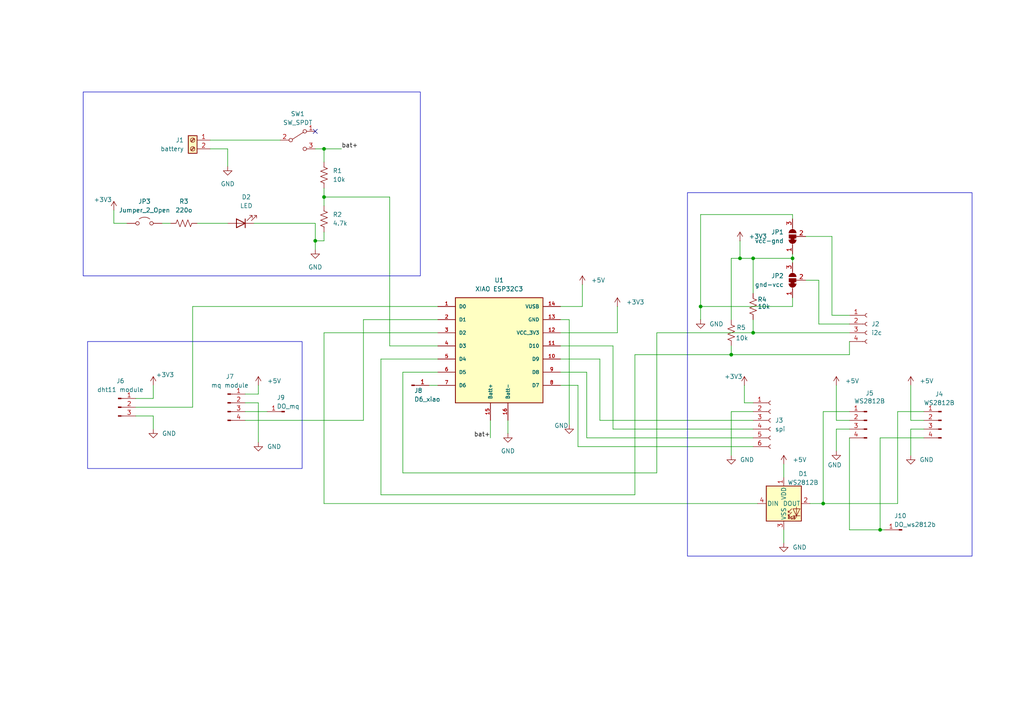
<source format=kicad_sch>
(kicad_sch
	(version 20250114)
	(generator "eeschema")
	(generator_version "9.0")
	(uuid "27fe6c7b-f9be-4d2a-9317-5003c2b82a7e")
	(paper "A4")
	(title_block
		(title "iot-moodlamp")
		(date "2025-09-04")
		(rev "v1")
	)
	(lib_symbols
		(symbol "Connector:Conn_01x01_Pin"
			(pin_names
				(offset 1.016)
				(hide yes)
			)
			(exclude_from_sim no)
			(in_bom yes)
			(on_board yes)
			(property "Reference" "J"
				(at 0 2.54 0)
				(effects
					(font
						(size 1.27 1.27)
					)
				)
			)
			(property "Value" "Conn_01x01_Pin"
				(at 0 -2.54 0)
				(effects
					(font
						(size 1.27 1.27)
					)
				)
			)
			(property "Footprint" ""
				(at 0 0 0)
				(effects
					(font
						(size 1.27 1.27)
					)
					(hide yes)
				)
			)
			(property "Datasheet" "~"
				(at 0 0 0)
				(effects
					(font
						(size 1.27 1.27)
					)
					(hide yes)
				)
			)
			(property "Description" "Generic connector, single row, 01x01, script generated"
				(at 0 0 0)
				(effects
					(font
						(size 1.27 1.27)
					)
					(hide yes)
				)
			)
			(property "ki_locked" ""
				(at 0 0 0)
				(effects
					(font
						(size 1.27 1.27)
					)
				)
			)
			(property "ki_keywords" "connector"
				(at 0 0 0)
				(effects
					(font
						(size 1.27 1.27)
					)
					(hide yes)
				)
			)
			(property "ki_fp_filters" "Connector*:*_1x??_*"
				(at 0 0 0)
				(effects
					(font
						(size 1.27 1.27)
					)
					(hide yes)
				)
			)
			(symbol "Conn_01x01_Pin_1_1"
				(rectangle
					(start 0.8636 0.127)
					(end 0 -0.127)
					(stroke
						(width 0.1524)
						(type default)
					)
					(fill
						(type outline)
					)
				)
				(polyline
					(pts
						(xy 1.27 0) (xy 0.8636 0)
					)
					(stroke
						(width 0.1524)
						(type default)
					)
					(fill
						(type none)
					)
				)
				(pin passive line
					(at 5.08 0 180)
					(length 3.81)
					(name "Pin_1"
						(effects
							(font
								(size 1.27 1.27)
							)
						)
					)
					(number "1"
						(effects
							(font
								(size 1.27 1.27)
							)
						)
					)
				)
			)
			(embedded_fonts no)
		)
		(symbol "Connector:Conn_01x03_Pin"
			(pin_names
				(offset 1.016)
				(hide yes)
			)
			(exclude_from_sim no)
			(in_bom yes)
			(on_board yes)
			(property "Reference" "J"
				(at 0 5.08 0)
				(effects
					(font
						(size 1.27 1.27)
					)
				)
			)
			(property "Value" "Conn_01x03_Pin"
				(at 0 -5.08 0)
				(effects
					(font
						(size 1.27 1.27)
					)
				)
			)
			(property "Footprint" ""
				(at 0 0 0)
				(effects
					(font
						(size 1.27 1.27)
					)
					(hide yes)
				)
			)
			(property "Datasheet" "~"
				(at 0 0 0)
				(effects
					(font
						(size 1.27 1.27)
					)
					(hide yes)
				)
			)
			(property "Description" "Generic connector, single row, 01x03, script generated"
				(at 0 0 0)
				(effects
					(font
						(size 1.27 1.27)
					)
					(hide yes)
				)
			)
			(property "ki_locked" ""
				(at 0 0 0)
				(effects
					(font
						(size 1.27 1.27)
					)
				)
			)
			(property "ki_keywords" "connector"
				(at 0 0 0)
				(effects
					(font
						(size 1.27 1.27)
					)
					(hide yes)
				)
			)
			(property "ki_fp_filters" "Connector*:*_1x??_*"
				(at 0 0 0)
				(effects
					(font
						(size 1.27 1.27)
					)
					(hide yes)
				)
			)
			(symbol "Conn_01x03_Pin_1_1"
				(rectangle
					(start 0.8636 2.667)
					(end 0 2.413)
					(stroke
						(width 0.1524)
						(type default)
					)
					(fill
						(type outline)
					)
				)
				(rectangle
					(start 0.8636 0.127)
					(end 0 -0.127)
					(stroke
						(width 0.1524)
						(type default)
					)
					(fill
						(type outline)
					)
				)
				(rectangle
					(start 0.8636 -2.413)
					(end 0 -2.667)
					(stroke
						(width 0.1524)
						(type default)
					)
					(fill
						(type outline)
					)
				)
				(polyline
					(pts
						(xy 1.27 2.54) (xy 0.8636 2.54)
					)
					(stroke
						(width 0.1524)
						(type default)
					)
					(fill
						(type none)
					)
				)
				(polyline
					(pts
						(xy 1.27 0) (xy 0.8636 0)
					)
					(stroke
						(width 0.1524)
						(type default)
					)
					(fill
						(type none)
					)
				)
				(polyline
					(pts
						(xy 1.27 -2.54) (xy 0.8636 -2.54)
					)
					(stroke
						(width 0.1524)
						(type default)
					)
					(fill
						(type none)
					)
				)
				(pin passive line
					(at 5.08 2.54 180)
					(length 3.81)
					(name "Pin_1"
						(effects
							(font
								(size 1.27 1.27)
							)
						)
					)
					(number "1"
						(effects
							(font
								(size 1.27 1.27)
							)
						)
					)
				)
				(pin passive line
					(at 5.08 0 180)
					(length 3.81)
					(name "Pin_2"
						(effects
							(font
								(size 1.27 1.27)
							)
						)
					)
					(number "2"
						(effects
							(font
								(size 1.27 1.27)
							)
						)
					)
				)
				(pin passive line
					(at 5.08 -2.54 180)
					(length 3.81)
					(name "Pin_3"
						(effects
							(font
								(size 1.27 1.27)
							)
						)
					)
					(number "3"
						(effects
							(font
								(size 1.27 1.27)
							)
						)
					)
				)
			)
			(embedded_fonts no)
		)
		(symbol "Connector:Conn_01x04_Female"
			(pin_names
				(offset 1.016)
				(hide yes)
			)
			(exclude_from_sim no)
			(in_bom yes)
			(on_board yes)
			(property "Reference" "J"
				(at 0 5.08 0)
				(effects
					(font
						(size 1.27 1.27)
					)
				)
			)
			(property "Value" "Conn_01x04_Female"
				(at 0 -7.62 0)
				(effects
					(font
						(size 1.27 1.27)
					)
				)
			)
			(property "Footprint" ""
				(at 0 0 0)
				(effects
					(font
						(size 1.27 1.27)
					)
					(hide yes)
				)
			)
			(property "Datasheet" "~"
				(at 0 0 0)
				(effects
					(font
						(size 1.27 1.27)
					)
					(hide yes)
				)
			)
			(property "Description" "Generic connector, single row, 01x04, script generated (kicad-library-utils/schlib/autogen/connector/)"
				(at 0 0 0)
				(effects
					(font
						(size 1.27 1.27)
					)
					(hide yes)
				)
			)
			(property "ki_keywords" "connector"
				(at 0 0 0)
				(effects
					(font
						(size 1.27 1.27)
					)
					(hide yes)
				)
			)
			(property "ki_fp_filters" "Connector*:*_1x??_*"
				(at 0 0 0)
				(effects
					(font
						(size 1.27 1.27)
					)
					(hide yes)
				)
			)
			(symbol "Conn_01x04_Female_1_1"
				(polyline
					(pts
						(xy -1.27 2.54) (xy -0.508 2.54)
					)
					(stroke
						(width 0.1524)
						(type default)
					)
					(fill
						(type none)
					)
				)
				(polyline
					(pts
						(xy -1.27 0) (xy -0.508 0)
					)
					(stroke
						(width 0.1524)
						(type default)
					)
					(fill
						(type none)
					)
				)
				(polyline
					(pts
						(xy -1.27 -2.54) (xy -0.508 -2.54)
					)
					(stroke
						(width 0.1524)
						(type default)
					)
					(fill
						(type none)
					)
				)
				(polyline
					(pts
						(xy -1.27 -5.08) (xy -0.508 -5.08)
					)
					(stroke
						(width 0.1524)
						(type default)
					)
					(fill
						(type none)
					)
				)
				(arc
					(start 0 2.032)
					(mid -0.5058 2.54)
					(end 0 3.048)
					(stroke
						(width 0.1524)
						(type default)
					)
					(fill
						(type none)
					)
				)
				(arc
					(start 0 -0.508)
					(mid -0.5058 0)
					(end 0 0.508)
					(stroke
						(width 0.1524)
						(type default)
					)
					(fill
						(type none)
					)
				)
				(arc
					(start 0 -3.048)
					(mid -0.5058 -2.54)
					(end 0 -2.032)
					(stroke
						(width 0.1524)
						(type default)
					)
					(fill
						(type none)
					)
				)
				(arc
					(start 0 -5.588)
					(mid -0.5058 -5.08)
					(end 0 -4.572)
					(stroke
						(width 0.1524)
						(type default)
					)
					(fill
						(type none)
					)
				)
				(pin passive line
					(at -5.08 2.54 0)
					(length 3.81)
					(name "Pin_1"
						(effects
							(font
								(size 1.27 1.27)
							)
						)
					)
					(number "1"
						(effects
							(font
								(size 1.27 1.27)
							)
						)
					)
				)
				(pin passive line
					(at -5.08 0 0)
					(length 3.81)
					(name "Pin_2"
						(effects
							(font
								(size 1.27 1.27)
							)
						)
					)
					(number "2"
						(effects
							(font
								(size 1.27 1.27)
							)
						)
					)
				)
				(pin passive line
					(at -5.08 -2.54 0)
					(length 3.81)
					(name "Pin_3"
						(effects
							(font
								(size 1.27 1.27)
							)
						)
					)
					(number "3"
						(effects
							(font
								(size 1.27 1.27)
							)
						)
					)
				)
				(pin passive line
					(at -5.08 -5.08 0)
					(length 3.81)
					(name "Pin_4"
						(effects
							(font
								(size 1.27 1.27)
							)
						)
					)
					(number "4"
						(effects
							(font
								(size 1.27 1.27)
							)
						)
					)
				)
			)
			(embedded_fonts no)
		)
		(symbol "Connector:Conn_01x04_Pin"
			(pin_names
				(offset 1.016)
				(hide yes)
			)
			(exclude_from_sim no)
			(in_bom yes)
			(on_board yes)
			(property "Reference" "J"
				(at 0 5.08 0)
				(effects
					(font
						(size 1.27 1.27)
					)
				)
			)
			(property "Value" "Conn_01x04_Pin"
				(at 0 -7.62 0)
				(effects
					(font
						(size 1.27 1.27)
					)
				)
			)
			(property "Footprint" ""
				(at 0 0 0)
				(effects
					(font
						(size 1.27 1.27)
					)
					(hide yes)
				)
			)
			(property "Datasheet" "~"
				(at 0 0 0)
				(effects
					(font
						(size 1.27 1.27)
					)
					(hide yes)
				)
			)
			(property "Description" "Generic connector, single row, 01x04, script generated"
				(at 0 0 0)
				(effects
					(font
						(size 1.27 1.27)
					)
					(hide yes)
				)
			)
			(property "ki_locked" ""
				(at 0 0 0)
				(effects
					(font
						(size 1.27 1.27)
					)
				)
			)
			(property "ki_keywords" "connector"
				(at 0 0 0)
				(effects
					(font
						(size 1.27 1.27)
					)
					(hide yes)
				)
			)
			(property "ki_fp_filters" "Connector*:*_1x??_*"
				(at 0 0 0)
				(effects
					(font
						(size 1.27 1.27)
					)
					(hide yes)
				)
			)
			(symbol "Conn_01x04_Pin_1_1"
				(rectangle
					(start 0.8636 2.667)
					(end 0 2.413)
					(stroke
						(width 0.1524)
						(type default)
					)
					(fill
						(type outline)
					)
				)
				(rectangle
					(start 0.8636 0.127)
					(end 0 -0.127)
					(stroke
						(width 0.1524)
						(type default)
					)
					(fill
						(type outline)
					)
				)
				(rectangle
					(start 0.8636 -2.413)
					(end 0 -2.667)
					(stroke
						(width 0.1524)
						(type default)
					)
					(fill
						(type outline)
					)
				)
				(rectangle
					(start 0.8636 -4.953)
					(end 0 -5.207)
					(stroke
						(width 0.1524)
						(type default)
					)
					(fill
						(type outline)
					)
				)
				(polyline
					(pts
						(xy 1.27 2.54) (xy 0.8636 2.54)
					)
					(stroke
						(width 0.1524)
						(type default)
					)
					(fill
						(type none)
					)
				)
				(polyline
					(pts
						(xy 1.27 0) (xy 0.8636 0)
					)
					(stroke
						(width 0.1524)
						(type default)
					)
					(fill
						(type none)
					)
				)
				(polyline
					(pts
						(xy 1.27 -2.54) (xy 0.8636 -2.54)
					)
					(stroke
						(width 0.1524)
						(type default)
					)
					(fill
						(type none)
					)
				)
				(polyline
					(pts
						(xy 1.27 -5.08) (xy 0.8636 -5.08)
					)
					(stroke
						(width 0.1524)
						(type default)
					)
					(fill
						(type none)
					)
				)
				(pin passive line
					(at 5.08 2.54 180)
					(length 3.81)
					(name "Pin_1"
						(effects
							(font
								(size 1.27 1.27)
							)
						)
					)
					(number "1"
						(effects
							(font
								(size 1.27 1.27)
							)
						)
					)
				)
				(pin passive line
					(at 5.08 0 180)
					(length 3.81)
					(name "Pin_2"
						(effects
							(font
								(size 1.27 1.27)
							)
						)
					)
					(number "2"
						(effects
							(font
								(size 1.27 1.27)
							)
						)
					)
				)
				(pin passive line
					(at 5.08 -2.54 180)
					(length 3.81)
					(name "Pin_3"
						(effects
							(font
								(size 1.27 1.27)
							)
						)
					)
					(number "3"
						(effects
							(font
								(size 1.27 1.27)
							)
						)
					)
				)
				(pin passive line
					(at 5.08 -5.08 180)
					(length 3.81)
					(name "Pin_4"
						(effects
							(font
								(size 1.27 1.27)
							)
						)
					)
					(number "4"
						(effects
							(font
								(size 1.27 1.27)
							)
						)
					)
				)
			)
			(embedded_fonts no)
		)
		(symbol "Connector:Conn_01x06_Female"
			(pin_names
				(offset 1.016)
				(hide yes)
			)
			(exclude_from_sim no)
			(in_bom yes)
			(on_board yes)
			(property "Reference" "J"
				(at 0 7.62 0)
				(effects
					(font
						(size 1.27 1.27)
					)
				)
			)
			(property "Value" "Conn_01x06_Female"
				(at 0 -10.16 0)
				(effects
					(font
						(size 1.27 1.27)
					)
				)
			)
			(property "Footprint" ""
				(at 0 0 0)
				(effects
					(font
						(size 1.27 1.27)
					)
					(hide yes)
				)
			)
			(property "Datasheet" "~"
				(at 0 0 0)
				(effects
					(font
						(size 1.27 1.27)
					)
					(hide yes)
				)
			)
			(property "Description" "Generic connector, single row, 01x06, script generated (kicad-library-utils/schlib/autogen/connector/)"
				(at 0 0 0)
				(effects
					(font
						(size 1.27 1.27)
					)
					(hide yes)
				)
			)
			(property "ki_keywords" "connector"
				(at 0 0 0)
				(effects
					(font
						(size 1.27 1.27)
					)
					(hide yes)
				)
			)
			(property "ki_fp_filters" "Connector*:*_1x??_*"
				(at 0 0 0)
				(effects
					(font
						(size 1.27 1.27)
					)
					(hide yes)
				)
			)
			(symbol "Conn_01x06_Female_1_1"
				(polyline
					(pts
						(xy -1.27 5.08) (xy -0.508 5.08)
					)
					(stroke
						(width 0.1524)
						(type default)
					)
					(fill
						(type none)
					)
				)
				(polyline
					(pts
						(xy -1.27 2.54) (xy -0.508 2.54)
					)
					(stroke
						(width 0.1524)
						(type default)
					)
					(fill
						(type none)
					)
				)
				(polyline
					(pts
						(xy -1.27 0) (xy -0.508 0)
					)
					(stroke
						(width 0.1524)
						(type default)
					)
					(fill
						(type none)
					)
				)
				(polyline
					(pts
						(xy -1.27 -2.54) (xy -0.508 -2.54)
					)
					(stroke
						(width 0.1524)
						(type default)
					)
					(fill
						(type none)
					)
				)
				(polyline
					(pts
						(xy -1.27 -5.08) (xy -0.508 -5.08)
					)
					(stroke
						(width 0.1524)
						(type default)
					)
					(fill
						(type none)
					)
				)
				(polyline
					(pts
						(xy -1.27 -7.62) (xy -0.508 -7.62)
					)
					(stroke
						(width 0.1524)
						(type default)
					)
					(fill
						(type none)
					)
				)
				(arc
					(start 0 4.572)
					(mid -0.5058 5.08)
					(end 0 5.588)
					(stroke
						(width 0.1524)
						(type default)
					)
					(fill
						(type none)
					)
				)
				(arc
					(start 0 2.032)
					(mid -0.5058 2.54)
					(end 0 3.048)
					(stroke
						(width 0.1524)
						(type default)
					)
					(fill
						(type none)
					)
				)
				(arc
					(start 0 -0.508)
					(mid -0.5058 0)
					(end 0 0.508)
					(stroke
						(width 0.1524)
						(type default)
					)
					(fill
						(type none)
					)
				)
				(arc
					(start 0 -3.048)
					(mid -0.5058 -2.54)
					(end 0 -2.032)
					(stroke
						(width 0.1524)
						(type default)
					)
					(fill
						(type none)
					)
				)
				(arc
					(start 0 -5.588)
					(mid -0.5058 -5.08)
					(end 0 -4.572)
					(stroke
						(width 0.1524)
						(type default)
					)
					(fill
						(type none)
					)
				)
				(arc
					(start 0 -8.128)
					(mid -0.5058 -7.62)
					(end 0 -7.112)
					(stroke
						(width 0.1524)
						(type default)
					)
					(fill
						(type none)
					)
				)
				(pin passive line
					(at -5.08 5.08 0)
					(length 3.81)
					(name "Pin_1"
						(effects
							(font
								(size 1.27 1.27)
							)
						)
					)
					(number "1"
						(effects
							(font
								(size 1.27 1.27)
							)
						)
					)
				)
				(pin passive line
					(at -5.08 2.54 0)
					(length 3.81)
					(name "Pin_2"
						(effects
							(font
								(size 1.27 1.27)
							)
						)
					)
					(number "2"
						(effects
							(font
								(size 1.27 1.27)
							)
						)
					)
				)
				(pin passive line
					(at -5.08 0 0)
					(length 3.81)
					(name "Pin_3"
						(effects
							(font
								(size 1.27 1.27)
							)
						)
					)
					(number "3"
						(effects
							(font
								(size 1.27 1.27)
							)
						)
					)
				)
				(pin passive line
					(at -5.08 -2.54 0)
					(length 3.81)
					(name "Pin_4"
						(effects
							(font
								(size 1.27 1.27)
							)
						)
					)
					(number "4"
						(effects
							(font
								(size 1.27 1.27)
							)
						)
					)
				)
				(pin passive line
					(at -5.08 -5.08 0)
					(length 3.81)
					(name "Pin_5"
						(effects
							(font
								(size 1.27 1.27)
							)
						)
					)
					(number "5"
						(effects
							(font
								(size 1.27 1.27)
							)
						)
					)
				)
				(pin passive line
					(at -5.08 -7.62 0)
					(length 3.81)
					(name "Pin_6"
						(effects
							(font
								(size 1.27 1.27)
							)
						)
					)
					(number "6"
						(effects
							(font
								(size 1.27 1.27)
							)
						)
					)
				)
			)
			(embedded_fonts no)
		)
		(symbol "Connector:Screw_Terminal_01x02"
			(pin_names
				(offset 1.016)
				(hide yes)
			)
			(exclude_from_sim no)
			(in_bom yes)
			(on_board yes)
			(property "Reference" "J"
				(at 0 2.54 0)
				(effects
					(font
						(size 1.27 1.27)
					)
				)
			)
			(property "Value" "Screw_Terminal_01x02"
				(at 0 -5.08 0)
				(effects
					(font
						(size 1.27 1.27)
					)
				)
			)
			(property "Footprint" ""
				(at 0 0 0)
				(effects
					(font
						(size 1.27 1.27)
					)
					(hide yes)
				)
			)
			(property "Datasheet" "~"
				(at 0 0 0)
				(effects
					(font
						(size 1.27 1.27)
					)
					(hide yes)
				)
			)
			(property "Description" "Generic screw terminal, single row, 01x02, script generated (kicad-library-utils/schlib/autogen/connector/)"
				(at 0 0 0)
				(effects
					(font
						(size 1.27 1.27)
					)
					(hide yes)
				)
			)
			(property "ki_keywords" "screw terminal"
				(at 0 0 0)
				(effects
					(font
						(size 1.27 1.27)
					)
					(hide yes)
				)
			)
			(property "ki_fp_filters" "TerminalBlock*:*"
				(at 0 0 0)
				(effects
					(font
						(size 1.27 1.27)
					)
					(hide yes)
				)
			)
			(symbol "Screw_Terminal_01x02_1_1"
				(rectangle
					(start -1.27 1.27)
					(end 1.27 -3.81)
					(stroke
						(width 0.254)
						(type default)
					)
					(fill
						(type background)
					)
				)
				(polyline
					(pts
						(xy -0.5334 0.3302) (xy 0.3302 -0.508)
					)
					(stroke
						(width 0.1524)
						(type default)
					)
					(fill
						(type none)
					)
				)
				(polyline
					(pts
						(xy -0.5334 -2.2098) (xy 0.3302 -3.048)
					)
					(stroke
						(width 0.1524)
						(type default)
					)
					(fill
						(type none)
					)
				)
				(polyline
					(pts
						(xy -0.3556 0.508) (xy 0.508 -0.3302)
					)
					(stroke
						(width 0.1524)
						(type default)
					)
					(fill
						(type none)
					)
				)
				(polyline
					(pts
						(xy -0.3556 -2.032) (xy 0.508 -2.8702)
					)
					(stroke
						(width 0.1524)
						(type default)
					)
					(fill
						(type none)
					)
				)
				(circle
					(center 0 0)
					(radius 0.635)
					(stroke
						(width 0.1524)
						(type default)
					)
					(fill
						(type none)
					)
				)
				(circle
					(center 0 -2.54)
					(radius 0.635)
					(stroke
						(width 0.1524)
						(type default)
					)
					(fill
						(type none)
					)
				)
				(pin passive line
					(at -5.08 0 0)
					(length 3.81)
					(name "Pin_1"
						(effects
							(font
								(size 1.27 1.27)
							)
						)
					)
					(number "1"
						(effects
							(font
								(size 1.27 1.27)
							)
						)
					)
				)
				(pin passive line
					(at -5.08 -2.54 0)
					(length 3.81)
					(name "Pin_2"
						(effects
							(font
								(size 1.27 1.27)
							)
						)
					)
					(number "2"
						(effects
							(font
								(size 1.27 1.27)
							)
						)
					)
				)
			)
			(embedded_fonts no)
		)
		(symbol "Device:LED"
			(pin_numbers
				(hide yes)
			)
			(pin_names
				(offset 1.016)
				(hide yes)
			)
			(exclude_from_sim no)
			(in_bom yes)
			(on_board yes)
			(property "Reference" "D"
				(at 0 2.54 0)
				(effects
					(font
						(size 1.27 1.27)
					)
				)
			)
			(property "Value" "LED"
				(at 0 -2.54 0)
				(effects
					(font
						(size 1.27 1.27)
					)
				)
			)
			(property "Footprint" ""
				(at 0 0 0)
				(effects
					(font
						(size 1.27 1.27)
					)
					(hide yes)
				)
			)
			(property "Datasheet" "~"
				(at 0 0 0)
				(effects
					(font
						(size 1.27 1.27)
					)
					(hide yes)
				)
			)
			(property "Description" "Light emitting diode"
				(at 0 0 0)
				(effects
					(font
						(size 1.27 1.27)
					)
					(hide yes)
				)
			)
			(property "ki_keywords" "LED diode"
				(at 0 0 0)
				(effects
					(font
						(size 1.27 1.27)
					)
					(hide yes)
				)
			)
			(property "ki_fp_filters" "LED* LED_SMD:* LED_THT:*"
				(at 0 0 0)
				(effects
					(font
						(size 1.27 1.27)
					)
					(hide yes)
				)
			)
			(symbol "LED_0_1"
				(polyline
					(pts
						(xy -3.048 -0.762) (xy -4.572 -2.286) (xy -3.81 -2.286) (xy -4.572 -2.286) (xy -4.572 -1.524)
					)
					(stroke
						(width 0)
						(type default)
					)
					(fill
						(type none)
					)
				)
				(polyline
					(pts
						(xy -1.778 -0.762) (xy -3.302 -2.286) (xy -2.54 -2.286) (xy -3.302 -2.286) (xy -3.302 -1.524)
					)
					(stroke
						(width 0)
						(type default)
					)
					(fill
						(type none)
					)
				)
				(polyline
					(pts
						(xy -1.27 0) (xy 1.27 0)
					)
					(stroke
						(width 0)
						(type default)
					)
					(fill
						(type none)
					)
				)
				(polyline
					(pts
						(xy -1.27 -1.27) (xy -1.27 1.27)
					)
					(stroke
						(width 0.254)
						(type default)
					)
					(fill
						(type none)
					)
				)
				(polyline
					(pts
						(xy 1.27 -1.27) (xy 1.27 1.27) (xy -1.27 0) (xy 1.27 -1.27)
					)
					(stroke
						(width 0.254)
						(type default)
					)
					(fill
						(type none)
					)
				)
			)
			(symbol "LED_1_1"
				(pin passive line
					(at -3.81 0 0)
					(length 2.54)
					(name "K"
						(effects
							(font
								(size 1.27 1.27)
							)
						)
					)
					(number "1"
						(effects
							(font
								(size 1.27 1.27)
							)
						)
					)
				)
				(pin passive line
					(at 3.81 0 180)
					(length 2.54)
					(name "A"
						(effects
							(font
								(size 1.27 1.27)
							)
						)
					)
					(number "2"
						(effects
							(font
								(size 1.27 1.27)
							)
						)
					)
				)
			)
			(embedded_fonts no)
		)
		(symbol "Device:R_US"
			(pin_numbers
				(hide yes)
			)
			(pin_names
				(offset 0)
			)
			(exclude_from_sim no)
			(in_bom yes)
			(on_board yes)
			(property "Reference" "R"
				(at 2.54 0 90)
				(effects
					(font
						(size 1.27 1.27)
					)
				)
			)
			(property "Value" "R_US"
				(at -2.54 0 90)
				(effects
					(font
						(size 1.27 1.27)
					)
				)
			)
			(property "Footprint" ""
				(at 1.016 -0.254 90)
				(effects
					(font
						(size 1.27 1.27)
					)
					(hide yes)
				)
			)
			(property "Datasheet" "~"
				(at 0 0 0)
				(effects
					(font
						(size 1.27 1.27)
					)
					(hide yes)
				)
			)
			(property "Description" "Resistor, US symbol"
				(at 0 0 0)
				(effects
					(font
						(size 1.27 1.27)
					)
					(hide yes)
				)
			)
			(property "ki_keywords" "R res resistor"
				(at 0 0 0)
				(effects
					(font
						(size 1.27 1.27)
					)
					(hide yes)
				)
			)
			(property "ki_fp_filters" "R_*"
				(at 0 0 0)
				(effects
					(font
						(size 1.27 1.27)
					)
					(hide yes)
				)
			)
			(symbol "R_US_0_1"
				(polyline
					(pts
						(xy 0 2.286) (xy 0 2.54)
					)
					(stroke
						(width 0)
						(type default)
					)
					(fill
						(type none)
					)
				)
				(polyline
					(pts
						(xy 0 2.286) (xy 1.016 1.905) (xy 0 1.524) (xy -1.016 1.143) (xy 0 0.762)
					)
					(stroke
						(width 0)
						(type default)
					)
					(fill
						(type none)
					)
				)
				(polyline
					(pts
						(xy 0 0.762) (xy 1.016 0.381) (xy 0 0) (xy -1.016 -0.381) (xy 0 -0.762)
					)
					(stroke
						(width 0)
						(type default)
					)
					(fill
						(type none)
					)
				)
				(polyline
					(pts
						(xy 0 -0.762) (xy 1.016 -1.143) (xy 0 -1.524) (xy -1.016 -1.905) (xy 0 -2.286)
					)
					(stroke
						(width 0)
						(type default)
					)
					(fill
						(type none)
					)
				)
				(polyline
					(pts
						(xy 0 -2.286) (xy 0 -2.54)
					)
					(stroke
						(width 0)
						(type default)
					)
					(fill
						(type none)
					)
				)
			)
			(symbol "R_US_1_1"
				(pin passive line
					(at 0 3.81 270)
					(length 1.27)
					(name "~"
						(effects
							(font
								(size 1.27 1.27)
							)
						)
					)
					(number "1"
						(effects
							(font
								(size 1.27 1.27)
							)
						)
					)
				)
				(pin passive line
					(at 0 -3.81 90)
					(length 1.27)
					(name "~"
						(effects
							(font
								(size 1.27 1.27)
							)
						)
					)
					(number "2"
						(effects
							(font
								(size 1.27 1.27)
							)
						)
					)
				)
			)
			(embedded_fonts no)
		)
		(symbol "Jumper:Jumper_2_Open"
			(pin_numbers
				(hide yes)
			)
			(pin_names
				(offset 0)
				(hide yes)
			)
			(exclude_from_sim no)
			(in_bom yes)
			(on_board yes)
			(property "Reference" "JP"
				(at 0 2.794 0)
				(effects
					(font
						(size 1.27 1.27)
					)
				)
			)
			(property "Value" "Jumper_2_Open"
				(at 0 -2.286 0)
				(effects
					(font
						(size 1.27 1.27)
					)
				)
			)
			(property "Footprint" ""
				(at 0 0 0)
				(effects
					(font
						(size 1.27 1.27)
					)
					(hide yes)
				)
			)
			(property "Datasheet" "~"
				(at 0 0 0)
				(effects
					(font
						(size 1.27 1.27)
					)
					(hide yes)
				)
			)
			(property "Description" "Jumper, 2-pole, open"
				(at 0 0 0)
				(effects
					(font
						(size 1.27 1.27)
					)
					(hide yes)
				)
			)
			(property "ki_keywords" "Jumper SPST"
				(at 0 0 0)
				(effects
					(font
						(size 1.27 1.27)
					)
					(hide yes)
				)
			)
			(property "ki_fp_filters" "Jumper* TestPoint*2Pads* TestPoint*Bridge*"
				(at 0 0 0)
				(effects
					(font
						(size 1.27 1.27)
					)
					(hide yes)
				)
			)
			(symbol "Jumper_2_Open_0_0"
				(circle
					(center -2.032 0)
					(radius 0.508)
					(stroke
						(width 0)
						(type default)
					)
					(fill
						(type none)
					)
				)
				(circle
					(center 2.032 0)
					(radius 0.508)
					(stroke
						(width 0)
						(type default)
					)
					(fill
						(type none)
					)
				)
			)
			(symbol "Jumper_2_Open_0_1"
				(arc
					(start -1.524 1.27)
					(mid 0 1.778)
					(end 1.524 1.27)
					(stroke
						(width 0)
						(type default)
					)
					(fill
						(type none)
					)
				)
			)
			(symbol "Jumper_2_Open_1_1"
				(pin passive line
					(at -5.08 0 0)
					(length 2.54)
					(name "A"
						(effects
							(font
								(size 1.27 1.27)
							)
						)
					)
					(number "1"
						(effects
							(font
								(size 1.27 1.27)
							)
						)
					)
				)
				(pin passive line
					(at 5.08 0 180)
					(length 2.54)
					(name "B"
						(effects
							(font
								(size 1.27 1.27)
							)
						)
					)
					(number "2"
						(effects
							(font
								(size 1.27 1.27)
							)
						)
					)
				)
			)
			(embedded_fonts no)
		)
		(symbol "Jumper:SolderJumper_3_Bridged12"
			(pin_names
				(offset 0)
				(hide yes)
			)
			(exclude_from_sim no)
			(in_bom no)
			(on_board yes)
			(property "Reference" "JP"
				(at -2.54 -2.54 0)
				(effects
					(font
						(size 1.27 1.27)
					)
				)
			)
			(property "Value" "SolderJumper_3_Bridged12"
				(at 0 2.794 0)
				(effects
					(font
						(size 1.27 1.27)
					)
				)
			)
			(property "Footprint" ""
				(at 0 0 0)
				(effects
					(font
						(size 1.27 1.27)
					)
					(hide yes)
				)
			)
			(property "Datasheet" "~"
				(at 0 0 0)
				(effects
					(font
						(size 1.27 1.27)
					)
					(hide yes)
				)
			)
			(property "Description" "3-pole Solder Jumper, pins 1+2 closed/bridged"
				(at 0 0 0)
				(effects
					(font
						(size 1.27 1.27)
					)
					(hide yes)
				)
			)
			(property "ki_keywords" "Solder Jumper SPDT"
				(at 0 0 0)
				(effects
					(font
						(size 1.27 1.27)
					)
					(hide yes)
				)
			)
			(property "ki_fp_filters" "SolderJumper*Bridged12*"
				(at 0 0 0)
				(effects
					(font
						(size 1.27 1.27)
					)
					(hide yes)
				)
			)
			(symbol "SolderJumper_3_Bridged12_0_1"
				(polyline
					(pts
						(xy -2.54 0) (xy -2.032 0)
					)
					(stroke
						(width 0)
						(type default)
					)
					(fill
						(type none)
					)
				)
				(polyline
					(pts
						(xy -1.016 1.016) (xy -1.016 -1.016)
					)
					(stroke
						(width 0)
						(type default)
					)
					(fill
						(type none)
					)
				)
				(rectangle
					(start -1.016 0.508)
					(end -0.508 -0.508)
					(stroke
						(width 0)
						(type default)
					)
					(fill
						(type outline)
					)
				)
				(arc
					(start -1.016 -1.016)
					(mid -2.0276 0)
					(end -1.016 1.016)
					(stroke
						(width 0)
						(type default)
					)
					(fill
						(type none)
					)
				)
				(arc
					(start -1.016 -1.016)
					(mid -2.0276 0)
					(end -1.016 1.016)
					(stroke
						(width 0)
						(type default)
					)
					(fill
						(type outline)
					)
				)
				(rectangle
					(start -0.508 1.016)
					(end 0.508 -1.016)
					(stroke
						(width 0)
						(type default)
					)
					(fill
						(type outline)
					)
				)
				(polyline
					(pts
						(xy 0 -1.27) (xy 0 -1.016)
					)
					(stroke
						(width 0)
						(type default)
					)
					(fill
						(type none)
					)
				)
				(arc
					(start 1.016 1.016)
					(mid 2.0276 0)
					(end 1.016 -1.016)
					(stroke
						(width 0)
						(type default)
					)
					(fill
						(type none)
					)
				)
				(arc
					(start 1.016 1.016)
					(mid 2.0276 0)
					(end 1.016 -1.016)
					(stroke
						(width 0)
						(type default)
					)
					(fill
						(type outline)
					)
				)
				(polyline
					(pts
						(xy 1.016 1.016) (xy 1.016 -1.016)
					)
					(stroke
						(width 0)
						(type default)
					)
					(fill
						(type none)
					)
				)
				(polyline
					(pts
						(xy 2.54 0) (xy 2.032 0)
					)
					(stroke
						(width 0)
						(type default)
					)
					(fill
						(type none)
					)
				)
			)
			(symbol "SolderJumper_3_Bridged12_1_1"
				(pin passive line
					(at -5.08 0 0)
					(length 2.54)
					(name "A"
						(effects
							(font
								(size 1.27 1.27)
							)
						)
					)
					(number "1"
						(effects
							(font
								(size 1.27 1.27)
							)
						)
					)
				)
				(pin passive line
					(at 0 -3.81 90)
					(length 2.54)
					(name "C"
						(effects
							(font
								(size 1.27 1.27)
							)
						)
					)
					(number "2"
						(effects
							(font
								(size 1.27 1.27)
							)
						)
					)
				)
				(pin passive line
					(at 5.08 0 180)
					(length 2.54)
					(name "B"
						(effects
							(font
								(size 1.27 1.27)
							)
						)
					)
					(number "3"
						(effects
							(font
								(size 1.27 1.27)
							)
						)
					)
				)
			)
			(embedded_fonts no)
		)
		(symbol "LED:WS2812B"
			(pin_names
				(offset 0.254)
			)
			(exclude_from_sim no)
			(in_bom yes)
			(on_board yes)
			(property "Reference" "D"
				(at 5.08 5.715 0)
				(effects
					(font
						(size 1.27 1.27)
					)
					(justify right bottom)
				)
			)
			(property "Value" "WS2812B"
				(at 1.27 -5.715 0)
				(effects
					(font
						(size 1.27 1.27)
					)
					(justify left top)
				)
			)
			(property "Footprint" "LED_SMD:LED_WS2812B_PLCC4_5.0x5.0mm_P3.2mm"
				(at 1.27 -7.62 0)
				(effects
					(font
						(size 1.27 1.27)
					)
					(justify left top)
					(hide yes)
				)
			)
			(property "Datasheet" "https://cdn-shop.adafruit.com/datasheets/WS2812B.pdf"
				(at 2.54 -9.525 0)
				(effects
					(font
						(size 1.27 1.27)
					)
					(justify left top)
					(hide yes)
				)
			)
			(property "Description" "RGB LED with integrated controller"
				(at 0 0 0)
				(effects
					(font
						(size 1.27 1.27)
					)
					(hide yes)
				)
			)
			(property "ki_keywords" "RGB LED NeoPixel addressable"
				(at 0 0 0)
				(effects
					(font
						(size 1.27 1.27)
					)
					(hide yes)
				)
			)
			(property "ki_fp_filters" "LED*WS2812*PLCC*5.0x5.0mm*P3.2mm*"
				(at 0 0 0)
				(effects
					(font
						(size 1.27 1.27)
					)
					(hide yes)
				)
			)
			(symbol "WS2812B_0_0"
				(text "RGB"
					(at 2.286 -4.191 0)
					(effects
						(font
							(size 0.762 0.762)
						)
					)
				)
			)
			(symbol "WS2812B_0_1"
				(polyline
					(pts
						(xy 1.27 -2.54) (xy 1.778 -2.54)
					)
					(stroke
						(width 0)
						(type default)
					)
					(fill
						(type none)
					)
				)
				(polyline
					(pts
						(xy 1.27 -3.556) (xy 1.778 -3.556)
					)
					(stroke
						(width 0)
						(type default)
					)
					(fill
						(type none)
					)
				)
				(polyline
					(pts
						(xy 2.286 -1.524) (xy 1.27 -2.54) (xy 1.27 -2.032)
					)
					(stroke
						(width 0)
						(type default)
					)
					(fill
						(type none)
					)
				)
				(polyline
					(pts
						(xy 2.286 -2.54) (xy 1.27 -3.556) (xy 1.27 -3.048)
					)
					(stroke
						(width 0)
						(type default)
					)
					(fill
						(type none)
					)
				)
				(polyline
					(pts
						(xy 3.683 -1.016) (xy 3.683 -3.556) (xy 3.683 -4.064)
					)
					(stroke
						(width 0)
						(type default)
					)
					(fill
						(type none)
					)
				)
				(polyline
					(pts
						(xy 4.699 -1.524) (xy 2.667 -1.524) (xy 3.683 -3.556) (xy 4.699 -1.524)
					)
					(stroke
						(width 0)
						(type default)
					)
					(fill
						(type none)
					)
				)
				(polyline
					(pts
						(xy 4.699 -3.556) (xy 2.667 -3.556)
					)
					(stroke
						(width 0)
						(type default)
					)
					(fill
						(type none)
					)
				)
				(rectangle
					(start 5.08 5.08)
					(end -5.08 -5.08)
					(stroke
						(width 0.254)
						(type default)
					)
					(fill
						(type background)
					)
				)
			)
			(symbol "WS2812B_1_1"
				(pin input line
					(at -7.62 0 0)
					(length 2.54)
					(name "DIN"
						(effects
							(font
								(size 1.27 1.27)
							)
						)
					)
					(number "4"
						(effects
							(font
								(size 1.27 1.27)
							)
						)
					)
				)
				(pin power_in line
					(at 0 7.62 270)
					(length 2.54)
					(name "VDD"
						(effects
							(font
								(size 1.27 1.27)
							)
						)
					)
					(number "1"
						(effects
							(font
								(size 1.27 1.27)
							)
						)
					)
				)
				(pin power_in line
					(at 0 -7.62 90)
					(length 2.54)
					(name "VSS"
						(effects
							(font
								(size 1.27 1.27)
							)
						)
					)
					(number "3"
						(effects
							(font
								(size 1.27 1.27)
							)
						)
					)
				)
				(pin output line
					(at 7.62 0 180)
					(length 2.54)
					(name "DOUT"
						(effects
							(font
								(size 1.27 1.27)
							)
						)
					)
					(number "2"
						(effects
							(font
								(size 1.27 1.27)
							)
						)
					)
				)
			)
			(embedded_fonts no)
		)
		(symbol "Switch:SW_SPDT"
			(pin_names
				(offset 0)
				(hide yes)
			)
			(exclude_from_sim no)
			(in_bom yes)
			(on_board yes)
			(property "Reference" "SW"
				(at 0 4.318 0)
				(effects
					(font
						(size 1.27 1.27)
					)
				)
			)
			(property "Value" "SW_SPDT"
				(at 0 -5.08 0)
				(effects
					(font
						(size 1.27 1.27)
					)
				)
			)
			(property "Footprint" ""
				(at 0 0 0)
				(effects
					(font
						(size 1.27 1.27)
					)
					(hide yes)
				)
			)
			(property "Datasheet" "~"
				(at 0 0 0)
				(effects
					(font
						(size 1.27 1.27)
					)
					(hide yes)
				)
			)
			(property "Description" "Switch, single pole double throw"
				(at 0 0 0)
				(effects
					(font
						(size 1.27 1.27)
					)
					(hide yes)
				)
			)
			(property "ki_keywords" "switch single-pole double-throw spdt ON-ON"
				(at 0 0 0)
				(effects
					(font
						(size 1.27 1.27)
					)
					(hide yes)
				)
			)
			(symbol "SW_SPDT_0_0"
				(circle
					(center -2.032 0)
					(radius 0.508)
					(stroke
						(width 0)
						(type default)
					)
					(fill
						(type none)
					)
				)
				(circle
					(center 2.032 -2.54)
					(radius 0.508)
					(stroke
						(width 0)
						(type default)
					)
					(fill
						(type none)
					)
				)
			)
			(symbol "SW_SPDT_0_1"
				(polyline
					(pts
						(xy -1.524 0.254) (xy 1.651 2.286)
					)
					(stroke
						(width 0)
						(type default)
					)
					(fill
						(type none)
					)
				)
				(circle
					(center 2.032 2.54)
					(radius 0.508)
					(stroke
						(width 0)
						(type default)
					)
					(fill
						(type none)
					)
				)
			)
			(symbol "SW_SPDT_1_1"
				(pin passive line
					(at -5.08 0 0)
					(length 2.54)
					(name "B"
						(effects
							(font
								(size 1.27 1.27)
							)
						)
					)
					(number "2"
						(effects
							(font
								(size 1.27 1.27)
							)
						)
					)
				)
				(pin passive line
					(at 5.08 2.54 180)
					(length 2.54)
					(name "A"
						(effects
							(font
								(size 1.27 1.27)
							)
						)
					)
					(number "1"
						(effects
							(font
								(size 1.27 1.27)
							)
						)
					)
				)
				(pin passive line
					(at 5.08 -2.54 180)
					(length 2.54)
					(name "C"
						(effects
							(font
								(size 1.27 1.27)
							)
						)
					)
					(number "3"
						(effects
							(font
								(size 1.27 1.27)
							)
						)
					)
				)
			)
			(embedded_fonts no)
		)
		(symbol "fenil:XIAO_ESP32C3"
			(pin_names
				(offset 1.016)
			)
			(exclude_from_sim no)
			(in_bom yes)
			(on_board yes)
			(property "Reference" "U1"
				(at 0 20.32 0)
				(effects
					(font
						(size 1.27 1.27)
					)
				)
			)
			(property "Value" "XIAO_ESP32C3"
				(at 0 17.78 0)
				(effects
					(font
						(size 1.27 1.27)
					)
				)
			)
			(property "Footprint" "Seeed Studio XIAO Series Library:XIAO-ESP32C3-SMD"
				(at 1.27 21.59 0)
				(effects
					(font
						(size 1.27 1.27)
					)
					(justify bottom)
					(hide yes)
				)
			)
			(property "Datasheet" "https://files.seeedstudio.com/wiki/Seeed-Studio-XIAO-ESP32/esp32-c3_datasheet.pdf"
				(at 0 -31.75 0)
				(effects
					(font
						(size 1.27 1.27)
					)
					(hide yes)
				)
			)
			(property "Description" "ESP32C3 Transceiver Evaluation Board"
				(at 1.27 19.05 0)
				(effects
					(font
						(size 1.27 1.27)
					)
					(justify bottom)
					(hide yes)
				)
			)
			(property "MANUFACTURER" "Seeed Technology"
				(at 1.27 24.13 0)
				(effects
					(font
						(size 1.27 1.27)
					)
					(justify bottom)
					(hide yes)
				)
			)
			(property "ki_keywords" "ESP32 C3 XIAO"
				(at 0 0 0)
				(effects
					(font
						(size 1.27 1.27)
					)
					(hide yes)
				)
			)
			(symbol "XIAO_ESP32C3_0_0"
				(rectangle
					(start -12.7 15.24)
					(end 12.7 -15.24)
					(stroke
						(width 0.254)
						(type default)
					)
					(fill
						(type background)
					)
				)
				(pin bidirectional line
					(at -17.78 12.7 0)
					(length 5.08)
					(name "D0"
						(effects
							(font
								(size 1.016 1.016)
							)
						)
					)
					(number "1"
						(effects
							(font
								(size 1.016 1.016)
							)
						)
					)
				)
				(pin bidirectional line
					(at -17.78 8.89 0)
					(length 5.08)
					(name "D1"
						(effects
							(font
								(size 1.016 1.016)
							)
						)
					)
					(number "2"
						(effects
							(font
								(size 1.016 1.016)
							)
						)
					)
				)
				(pin bidirectional line
					(at -17.78 5.08 0)
					(length 5.08)
					(name "D2"
						(effects
							(font
								(size 1.016 1.016)
							)
						)
					)
					(number "3"
						(effects
							(font
								(size 1.016 1.016)
							)
						)
					)
				)
				(pin bidirectional line
					(at -17.78 1.27 0)
					(length 5.08)
					(name "D3"
						(effects
							(font
								(size 1.016 1.016)
							)
						)
					)
					(number "4"
						(effects
							(font
								(size 1.016 1.016)
							)
						)
					)
				)
				(pin bidirectional line
					(at -17.78 -2.54 0)
					(length 5.08)
					(name "D4"
						(effects
							(font
								(size 1.016 1.016)
							)
						)
					)
					(number "5"
						(effects
							(font
								(size 1.016 1.016)
							)
						)
					)
				)
				(pin bidirectional line
					(at -17.78 -6.35 0)
					(length 5.08)
					(name "D5"
						(effects
							(font
								(size 1.016 1.016)
							)
						)
					)
					(number "6"
						(effects
							(font
								(size 1.016 1.016)
							)
						)
					)
				)
				(pin power_in line
					(at 17.78 12.7 180)
					(length 5.08)
					(name "VUSB"
						(effects
							(font
								(size 1.016 1.016)
							)
						)
					)
					(number "14"
						(effects
							(font
								(size 1.016 1.016)
							)
						)
					)
				)
				(pin power_in line
					(at 17.78 8.89 180)
					(length 5.08)
					(name "GND"
						(effects
							(font
								(size 1.016 1.016)
							)
						)
					)
					(number "13"
						(effects
							(font
								(size 1.016 1.016)
							)
						)
					)
				)
				(pin power_in line
					(at 17.78 5.08 180)
					(length 5.08)
					(name "VCC_3V3"
						(effects
							(font
								(size 1.016 1.016)
							)
						)
					)
					(number "12"
						(effects
							(font
								(size 1.016 1.016)
							)
						)
					)
				)
				(pin bidirectional line
					(at 17.78 1.27 180)
					(length 5.08)
					(name "D10"
						(effects
							(font
								(size 1.016 1.016)
							)
						)
					)
					(number "11"
						(effects
							(font
								(size 1.016 1.016)
							)
						)
					)
				)
				(pin bidirectional line
					(at 17.78 -2.54 180)
					(length 5.08)
					(name "D9"
						(effects
							(font
								(size 1.016 1.016)
							)
						)
					)
					(number "10"
						(effects
							(font
								(size 1.016 1.016)
							)
						)
					)
				)
				(pin bidirectional line
					(at 17.78 -6.35 180)
					(length 5.08)
					(name "D8"
						(effects
							(font
								(size 1.016 1.016)
							)
						)
					)
					(number "9"
						(effects
							(font
								(size 1.016 1.016)
							)
						)
					)
				)
			)
			(symbol "XIAO_ESP32C3_1_0"
				(pin bidirectional line
					(at -17.78 -10.16 0)
					(length 5.08)
					(name "D6"
						(effects
							(font
								(size 1.016 1.016)
							)
						)
					)
					(number "7"
						(effects
							(font
								(size 1.016 1.016)
							)
						)
					)
				)
				(pin power_in line
					(at -2.54 -20.32 90)
					(length 5.08)
					(name "Batt+"
						(effects
							(font
								(size 1.016 1.016)
							)
						)
					)
					(number "15"
						(effects
							(font
								(size 1.016 1.016)
							)
						)
					)
				)
				(pin power_in line
					(at 2.54 -20.32 90)
					(length 5.08)
					(name "Batt-"
						(effects
							(font
								(size 1.016 1.016)
							)
						)
					)
					(number "16"
						(effects
							(font
								(size 1.016 1.016)
							)
						)
					)
				)
				(pin bidirectional line
					(at 17.78 -10.16 180)
					(length 5.08)
					(name "D7"
						(effects
							(font
								(size 1.016 1.016)
							)
						)
					)
					(number "8"
						(effects
							(font
								(size 1.016 1.016)
							)
						)
					)
				)
			)
			(embedded_fonts no)
		)
		(symbol "power:+3V3"
			(power)
			(pin_numbers
				(hide yes)
			)
			(pin_names
				(offset 0)
				(hide yes)
			)
			(exclude_from_sim no)
			(in_bom yes)
			(on_board yes)
			(property "Reference" "#PWR"
				(at 0 -3.81 0)
				(effects
					(font
						(size 1.27 1.27)
					)
					(hide yes)
				)
			)
			(property "Value" "+3V3"
				(at 0 3.556 0)
				(effects
					(font
						(size 1.27 1.27)
					)
				)
			)
			(property "Footprint" ""
				(at 0 0 0)
				(effects
					(font
						(size 1.27 1.27)
					)
					(hide yes)
				)
			)
			(property "Datasheet" ""
				(at 0 0 0)
				(effects
					(font
						(size 1.27 1.27)
					)
					(hide yes)
				)
			)
			(property "Description" "Power symbol creates a global label with name \"+3V3\""
				(at 0 0 0)
				(effects
					(font
						(size 1.27 1.27)
					)
					(hide yes)
				)
			)
			(property "ki_keywords" "global power"
				(at 0 0 0)
				(effects
					(font
						(size 1.27 1.27)
					)
					(hide yes)
				)
			)
			(symbol "+3V3_0_1"
				(polyline
					(pts
						(xy -0.762 1.27) (xy 0 2.54)
					)
					(stroke
						(width 0)
						(type default)
					)
					(fill
						(type none)
					)
				)
				(polyline
					(pts
						(xy 0 2.54) (xy 0.762 1.27)
					)
					(stroke
						(width 0)
						(type default)
					)
					(fill
						(type none)
					)
				)
				(polyline
					(pts
						(xy 0 0) (xy 0 2.54)
					)
					(stroke
						(width 0)
						(type default)
					)
					(fill
						(type none)
					)
				)
			)
			(symbol "+3V3_1_1"
				(pin power_in line
					(at 0 0 90)
					(length 0)
					(name "~"
						(effects
							(font
								(size 1.27 1.27)
							)
						)
					)
					(number "1"
						(effects
							(font
								(size 1.27 1.27)
							)
						)
					)
				)
			)
			(embedded_fonts no)
		)
		(symbol "power:+5V"
			(power)
			(pin_numbers
				(hide yes)
			)
			(pin_names
				(offset 0)
				(hide yes)
			)
			(exclude_from_sim no)
			(in_bom yes)
			(on_board yes)
			(property "Reference" "#PWR"
				(at 0 -3.81 0)
				(effects
					(font
						(size 1.27 1.27)
					)
					(hide yes)
				)
			)
			(property "Value" "+5V"
				(at 0 3.556 0)
				(effects
					(font
						(size 1.27 1.27)
					)
				)
			)
			(property "Footprint" ""
				(at 0 0 0)
				(effects
					(font
						(size 1.27 1.27)
					)
					(hide yes)
				)
			)
			(property "Datasheet" ""
				(at 0 0 0)
				(effects
					(font
						(size 1.27 1.27)
					)
					(hide yes)
				)
			)
			(property "Description" "Power symbol creates a global label with name \"+5V\""
				(at 0 0 0)
				(effects
					(font
						(size 1.27 1.27)
					)
					(hide yes)
				)
			)
			(property "ki_keywords" "global power"
				(at 0 0 0)
				(effects
					(font
						(size 1.27 1.27)
					)
					(hide yes)
				)
			)
			(symbol "+5V_0_1"
				(polyline
					(pts
						(xy -0.762 1.27) (xy 0 2.54)
					)
					(stroke
						(width 0)
						(type default)
					)
					(fill
						(type none)
					)
				)
				(polyline
					(pts
						(xy 0 2.54) (xy 0.762 1.27)
					)
					(stroke
						(width 0)
						(type default)
					)
					(fill
						(type none)
					)
				)
				(polyline
					(pts
						(xy 0 0) (xy 0 2.54)
					)
					(stroke
						(width 0)
						(type default)
					)
					(fill
						(type none)
					)
				)
			)
			(symbol "+5V_1_1"
				(pin power_in line
					(at 0 0 90)
					(length 0)
					(name "~"
						(effects
							(font
								(size 1.27 1.27)
							)
						)
					)
					(number "1"
						(effects
							(font
								(size 1.27 1.27)
							)
						)
					)
				)
			)
			(embedded_fonts no)
		)
		(symbol "power:GND"
			(power)
			(pin_numbers
				(hide yes)
			)
			(pin_names
				(offset 0)
				(hide yes)
			)
			(exclude_from_sim no)
			(in_bom yes)
			(on_board yes)
			(property "Reference" "#PWR"
				(at 0 -6.35 0)
				(effects
					(font
						(size 1.27 1.27)
					)
					(hide yes)
				)
			)
			(property "Value" "GND"
				(at 0 -3.81 0)
				(effects
					(font
						(size 1.27 1.27)
					)
				)
			)
			(property "Footprint" ""
				(at 0 0 0)
				(effects
					(font
						(size 1.27 1.27)
					)
					(hide yes)
				)
			)
			(property "Datasheet" ""
				(at 0 0 0)
				(effects
					(font
						(size 1.27 1.27)
					)
					(hide yes)
				)
			)
			(property "Description" "Power symbol creates a global label with name \"GND\" , ground"
				(at 0 0 0)
				(effects
					(font
						(size 1.27 1.27)
					)
					(hide yes)
				)
			)
			(property "ki_keywords" "global power"
				(at 0 0 0)
				(effects
					(font
						(size 1.27 1.27)
					)
					(hide yes)
				)
			)
			(symbol "GND_0_1"
				(polyline
					(pts
						(xy 0 0) (xy 0 -1.27) (xy 1.27 -1.27) (xy 0 -2.54) (xy -1.27 -1.27) (xy 0 -1.27)
					)
					(stroke
						(width 0)
						(type default)
					)
					(fill
						(type none)
					)
				)
			)
			(symbol "GND_1_1"
				(pin power_in line
					(at 0 0 270)
					(length 0)
					(name "~"
						(effects
							(font
								(size 1.27 1.27)
							)
						)
					)
					(number "1"
						(effects
							(font
								(size 1.27 1.27)
							)
						)
					)
				)
			)
			(embedded_fonts no)
		)
	)
	(rectangle
		(start 199.39 55.88)
		(end 281.94 161.29)
		(stroke
			(width 0)
			(type default)
		)
		(fill
			(type none)
		)
		(uuid 59597600-3c75-495e-8f2b-0068cf2746cd)
	)
	(rectangle
		(start 24.13 26.67)
		(end 121.92 80.01)
		(stroke
			(width 0)
			(type default)
		)
		(fill
			(type none)
		)
		(uuid 8d484abf-fe5a-4de8-a54e-3e14bfaec6f5)
	)
	(rectangle
		(start 25.4 99.06)
		(end 87.63 135.89)
		(stroke
			(width 0)
			(type default)
		)
		(fill
			(type none)
		)
		(uuid bc1cfc86-1635-42b7-a063-96a3fa1f3277)
	)
	(junction
		(at 91.44 69.85)
		(diameter 0)
		(color 0 0 0 0)
		(uuid "049d4f84-3f84-45a2-b6cb-37c5181165b9")
	)
	(junction
		(at 218.44 96.52)
		(diameter 0)
		(color 0 0 0 0)
		(uuid "076b8cc8-abb6-4916-9009-738a25c9f0b4")
	)
	(junction
		(at 203.2 88.9)
		(diameter 0)
		(color 0 0 0 0)
		(uuid "48c13611-71f2-4ee0-9680-fd115693d4df")
	)
	(junction
		(at 238.76 146.05)
		(diameter 0)
		(color 0 0 0 0)
		(uuid "8e1a00a4-da17-4003-84e2-152f398cf091")
	)
	(junction
		(at 255.27 153.67)
		(diameter 0)
		(color 0 0 0 0)
		(uuid "8f84944a-0810-4cb6-8b69-b59c991f7822")
	)
	(junction
		(at 218.44 74.93)
		(diameter 0)
		(color 0 0 0 0)
		(uuid "a6e25468-f75a-4d37-8744-79dc00626d42")
	)
	(junction
		(at 214.63 74.93)
		(diameter 0)
		(color 0 0 0 0)
		(uuid "a8e3a52e-717a-4aca-af2c-964f1021a2e1")
	)
	(junction
		(at 212.09 102.87)
		(diameter 0)
		(color 0 0 0 0)
		(uuid "aa0cc36b-22ae-4d90-a3a2-386ee987a999")
	)
	(junction
		(at 93.98 43.18)
		(diameter 0)
		(color 0 0 0 0)
		(uuid "b7ae07f1-4913-477e-ad3b-01304b0c58cd")
	)
	(junction
		(at 229.87 74.93)
		(diameter 0)
		(color 0 0 0 0)
		(uuid "e7eb5fe7-66de-46d9-b8d6-98e82ba20ae0")
	)
	(junction
		(at 93.98 57.15)
		(diameter 0)
		(color 0 0 0 0)
		(uuid "ea746b1e-037f-41c7-bd26-324f9d019fa6")
	)
	(no_connect
		(at 91.44 38.1)
		(uuid "6004bed8-fc7e-4db6-a92f-96d7cb003603")
	)
	(wire
		(pts
			(xy 218.44 129.54) (xy 167.64 129.54)
		)
		(stroke
			(width 0)
			(type default)
		)
		(uuid "0151cd5d-0d76-448b-bec7-4d936de1aa81")
	)
	(wire
		(pts
			(xy 229.87 73.66) (xy 229.87 74.93)
		)
		(stroke
			(width 0)
			(type default)
		)
		(uuid "06f54f3e-328b-48ec-a0a4-f69d3dae22da")
	)
	(wire
		(pts
			(xy 184.15 102.87) (xy 212.09 102.87)
		)
		(stroke
			(width 0)
			(type default)
		)
		(uuid "080f9c72-a3b0-4b77-83d3-be4912365fa2")
	)
	(wire
		(pts
			(xy 212.09 74.93) (xy 214.63 74.93)
		)
		(stroke
			(width 0)
			(type default)
		)
		(uuid "0a09c35e-5a62-4225-bb18-eb5e8ba14e42")
	)
	(wire
		(pts
			(xy 227.33 134.62) (xy 227.33 138.43)
		)
		(stroke
			(width 0)
			(type default)
		)
		(uuid "0ad7a76c-92d4-4ede-9dfa-d73d7dc33769")
	)
	(wire
		(pts
			(xy 218.44 85.09) (xy 218.44 74.93)
		)
		(stroke
			(width 0)
			(type default)
		)
		(uuid "1016d768-ce8e-4231-aac1-9837a8eb8164")
	)
	(wire
		(pts
			(xy 74.93 111.76) (xy 74.93 114.3)
		)
		(stroke
			(width 0)
			(type default)
		)
		(uuid "10cc875d-ce6d-4da7-b171-fb9de199c3db")
	)
	(wire
		(pts
			(xy 218.44 74.93) (xy 229.87 74.93)
		)
		(stroke
			(width 0)
			(type default)
		)
		(uuid "1398d687-267c-49da-86f3-af1a27230d06")
	)
	(wire
		(pts
			(xy 110.49 104.14) (xy 127 104.14)
		)
		(stroke
			(width 0)
			(type default)
		)
		(uuid "16a2b466-e58b-4c61-a84a-d27d9bc34f74")
	)
	(wire
		(pts
			(xy 218.44 116.84) (xy 215.9 116.84)
		)
		(stroke
			(width 0)
			(type default)
		)
		(uuid "17912bf4-8b59-4f95-b925-d6e1a89d0fa6")
	)
	(wire
		(pts
			(xy 241.3 91.44) (xy 241.3 68.58)
		)
		(stroke
			(width 0)
			(type default)
		)
		(uuid "199c5b9a-bae7-4162-bb3d-200c6c042ee9")
	)
	(wire
		(pts
			(xy 55.88 88.9) (xy 55.88 118.11)
		)
		(stroke
			(width 0)
			(type default)
		)
		(uuid "1ac89691-5cc4-4857-a930-f0891b828f8c")
	)
	(wire
		(pts
			(xy 91.44 72.39) (xy 91.44 69.85)
		)
		(stroke
			(width 0)
			(type default)
		)
		(uuid "1d56d151-b6d7-4784-83ff-2ae29290c796")
	)
	(wire
		(pts
			(xy 71.12 116.84) (xy 74.93 116.84)
		)
		(stroke
			(width 0)
			(type default)
		)
		(uuid "1d599c83-8c1e-4e6d-aac6-acacbe7b9cfc")
	)
	(wire
		(pts
			(xy 116.84 137.16) (xy 190.5 137.16)
		)
		(stroke
			(width 0)
			(type default)
		)
		(uuid "235b0579-11fa-44f6-b559-d32d0845ebff")
	)
	(wire
		(pts
			(xy 212.09 102.87) (xy 246.38 102.87)
		)
		(stroke
			(width 0)
			(type default)
		)
		(uuid "236bec7c-8baf-447b-9859-7b275b9a8f81")
	)
	(wire
		(pts
			(xy 237.49 81.28) (xy 237.49 93.98)
		)
		(stroke
			(width 0)
			(type default)
		)
		(uuid "25309b7d-a403-46f2-a9c4-f7d4d7830986")
	)
	(wire
		(pts
			(xy 93.98 146.05) (xy 93.98 96.52)
		)
		(stroke
			(width 0)
			(type default)
		)
		(uuid "2884a302-c625-47b8-a6f5-73f1696d7c42")
	)
	(wire
		(pts
			(xy 238.76 119.38) (xy 246.38 119.38)
		)
		(stroke
			(width 0)
			(type default)
		)
		(uuid "29e725c5-1d2c-4c5f-96a2-98148875bf30")
	)
	(wire
		(pts
			(xy 229.87 86.36) (xy 229.87 88.9)
		)
		(stroke
			(width 0)
			(type default)
		)
		(uuid "2fa52690-cfab-4c58-ad65-dfc63093fb36")
	)
	(wire
		(pts
			(xy 203.2 62.23) (xy 203.2 88.9)
		)
		(stroke
			(width 0)
			(type default)
		)
		(uuid "31dd5ef5-6c1e-490b-a447-b19f14744aa7")
	)
	(wire
		(pts
			(xy 44.45 115.57) (xy 39.37 115.57)
		)
		(stroke
			(width 0)
			(type default)
		)
		(uuid "387faf63-a353-4ad8-8fb7-854165a45a8f")
	)
	(wire
		(pts
			(xy 255.27 127) (xy 255.27 153.67)
		)
		(stroke
			(width 0)
			(type default)
		)
		(uuid "396886fa-6752-4d4b-945e-0a3afde5c665")
	)
	(wire
		(pts
			(xy 93.98 96.52) (xy 127 96.52)
		)
		(stroke
			(width 0)
			(type default)
		)
		(uuid "3ae46902-19c8-4ea0-aaa5-d7e5d9837a8d")
	)
	(wire
		(pts
			(xy 212.09 100.33) (xy 212.09 102.87)
		)
		(stroke
			(width 0)
			(type default)
		)
		(uuid "40b17786-6f76-4005-af71-f8d1ea56af66")
	)
	(wire
		(pts
			(xy 165.1 123.19) (xy 165.1 92.71)
		)
		(stroke
			(width 0)
			(type default)
		)
		(uuid "43a76e28-80ed-4338-b54d-5f27259a9e8b")
	)
	(wire
		(pts
			(xy 214.63 69.85) (xy 214.63 74.93)
		)
		(stroke
			(width 0)
			(type default)
		)
		(uuid "453000a9-02f9-445d-b9ce-0e45b0239fe6")
	)
	(wire
		(pts
			(xy 218.44 124.46) (xy 177.8 124.46)
		)
		(stroke
			(width 0)
			(type default)
		)
		(uuid "466ba407-d9b5-4e92-91be-05863c7bc1bc")
	)
	(wire
		(pts
			(xy 218.44 121.92) (xy 173.99 121.92)
		)
		(stroke
			(width 0)
			(type default)
		)
		(uuid "498bd020-7141-461c-b9bd-46c94c1cd75d")
	)
	(wire
		(pts
			(xy 127 111.76) (xy 124.46 111.76)
		)
		(stroke
			(width 0)
			(type default)
		)
		(uuid "49bfb05d-8915-4cc6-93ff-6f1f2412a52c")
	)
	(wire
		(pts
			(xy 105.41 121.92) (xy 71.12 121.92)
		)
		(stroke
			(width 0)
			(type default)
		)
		(uuid "4a9d5238-27c7-4b26-a597-5d7990be6572")
	)
	(wire
		(pts
			(xy 110.49 143.51) (xy 110.49 104.14)
		)
		(stroke
			(width 0)
			(type default)
		)
		(uuid "4b2e5874-d808-4c51-b513-fd136f94d6bc")
	)
	(wire
		(pts
			(xy 55.88 88.9) (xy 127 88.9)
		)
		(stroke
			(width 0)
			(type default)
		)
		(uuid "4b5024f8-9880-4c97-9ab6-298ca2c8ac7b")
	)
	(wire
		(pts
			(xy 93.98 46.99) (xy 93.98 43.18)
		)
		(stroke
			(width 0)
			(type default)
		)
		(uuid "4c8f98b7-6323-47a2-87d7-4966e26b6e11")
	)
	(wire
		(pts
			(xy 93.98 57.15) (xy 93.98 59.69)
		)
		(stroke
			(width 0)
			(type default)
		)
		(uuid "4d8af7de-48a9-4752-bf07-48f5a3ca48b6")
	)
	(wire
		(pts
			(xy 60.96 40.64) (xy 81.28 40.64)
		)
		(stroke
			(width 0)
			(type default)
		)
		(uuid "57ea2c41-7b98-40f4-9255-4b59bcdfd34b")
	)
	(wire
		(pts
			(xy 238.76 146.05) (xy 260.35 146.05)
		)
		(stroke
			(width 0)
			(type default)
		)
		(uuid "5858202b-178c-4c8f-a6df-ff0c7ed29e52")
	)
	(wire
		(pts
			(xy 267.97 124.46) (xy 264.16 124.46)
		)
		(stroke
			(width 0)
			(type default)
		)
		(uuid "59a55fea-3985-41d8-a2ec-de96664111a8")
	)
	(wire
		(pts
			(xy 203.2 62.23) (xy 229.87 62.23)
		)
		(stroke
			(width 0)
			(type default)
		)
		(uuid "5c10d033-af6b-44b0-83e8-3bc25c9c5545")
	)
	(wire
		(pts
			(xy 71.12 119.38) (xy 77.47 119.38)
		)
		(stroke
			(width 0)
			(type default)
		)
		(uuid "5e9df6e1-f0a6-4a0c-8db4-8c037c83c3c0")
	)
	(wire
		(pts
			(xy 168.91 82.55) (xy 168.91 88.9)
		)
		(stroke
			(width 0)
			(type default)
		)
		(uuid "6026cb2b-710f-42ec-b750-f232b4c95389")
	)
	(wire
		(pts
			(xy 229.87 63.5) (xy 229.87 62.23)
		)
		(stroke
			(width 0)
			(type default)
		)
		(uuid "63d466c1-1f56-4b8f-a316-c1614ad9333c")
	)
	(wire
		(pts
			(xy 267.97 121.92) (xy 264.16 121.92)
		)
		(stroke
			(width 0)
			(type default)
		)
		(uuid "65aef9c9-d8a2-43c7-b763-06818dfadaa5")
	)
	(wire
		(pts
			(xy 173.99 104.14) (xy 162.56 104.14)
		)
		(stroke
			(width 0)
			(type default)
		)
		(uuid "699a271f-da28-4ad7-ac39-bf9c6a33f892")
	)
	(wire
		(pts
			(xy 116.84 107.95) (xy 127 107.95)
		)
		(stroke
			(width 0)
			(type default)
		)
		(uuid "6b5d5ce6-d332-47e0-8483-51905176eed4")
	)
	(wire
		(pts
			(xy 44.45 111.76) (xy 44.45 115.57)
		)
		(stroke
			(width 0)
			(type default)
		)
		(uuid "6b94c8af-0efd-42a6-bc4f-019b5f35046e")
	)
	(wire
		(pts
			(xy 227.33 153.67) (xy 227.33 157.48)
		)
		(stroke
			(width 0)
			(type default)
		)
		(uuid "6bbf0e9e-4113-49b7-a521-bb124a2a852c")
	)
	(wire
		(pts
			(xy 73.66 64.77) (xy 91.44 64.77)
		)
		(stroke
			(width 0)
			(type default)
		)
		(uuid "6bc7303b-63ae-4774-9314-836c24fcd45a")
	)
	(wire
		(pts
			(xy 127 100.33) (xy 113.03 100.33)
		)
		(stroke
			(width 0)
			(type default)
		)
		(uuid "6f715ca1-de71-4b16-ba07-2df074ac439e")
	)
	(wire
		(pts
			(xy 242.57 111.76) (xy 242.57 121.92)
		)
		(stroke
			(width 0)
			(type default)
		)
		(uuid "713a3672-28a3-4732-aa1a-3b50f342d07b")
	)
	(wire
		(pts
			(xy 234.95 146.05) (xy 238.76 146.05)
		)
		(stroke
			(width 0)
			(type default)
		)
		(uuid "736f5d3f-8037-45ab-b270-4a104f9e8bb8")
	)
	(wire
		(pts
			(xy 241.3 68.58) (xy 233.68 68.58)
		)
		(stroke
			(width 0)
			(type default)
		)
		(uuid "757b6ec0-7d2e-4b3e-ba5e-9e3fdf584ada")
	)
	(wire
		(pts
			(xy 44.45 120.65) (xy 44.45 124.46)
		)
		(stroke
			(width 0)
			(type default)
		)
		(uuid "75e0f15c-1748-4d33-b22e-90f05b8138dc")
	)
	(wire
		(pts
			(xy 177.8 124.46) (xy 177.8 100.33)
		)
		(stroke
			(width 0)
			(type default)
		)
		(uuid "7b4e6079-4eb1-42fb-b24c-6fadeda40bc2")
	)
	(wire
		(pts
			(xy 218.44 96.52) (xy 246.38 96.52)
		)
		(stroke
			(width 0)
			(type default)
		)
		(uuid "819e6b89-ad4d-463b-9af2-67f2aba9b1cc")
	)
	(wire
		(pts
			(xy 46.99 64.77) (xy 49.53 64.77)
		)
		(stroke
			(width 0)
			(type default)
		)
		(uuid "836fc005-2d90-4d3a-b995-b58807c47518")
	)
	(wire
		(pts
			(xy 147.32 121.92) (xy 147.32 125.73)
		)
		(stroke
			(width 0)
			(type default)
		)
		(uuid "8616c412-51d8-4864-a0c5-05ec72044572")
	)
	(wire
		(pts
			(xy 170.18 127) (xy 170.18 107.95)
		)
		(stroke
			(width 0)
			(type default)
		)
		(uuid "86d80195-1227-4f84-a321-d60bc71aa353")
	)
	(wire
		(pts
			(xy 74.93 114.3) (xy 71.12 114.3)
		)
		(stroke
			(width 0)
			(type default)
		)
		(uuid "87bc1a05-cbe0-418f-bc0d-043692aab898")
	)
	(wire
		(pts
			(xy 184.15 102.87) (xy 184.15 143.51)
		)
		(stroke
			(width 0)
			(type default)
		)
		(uuid "8845aa9e-2b61-4970-a5c1-934b6478866f")
	)
	(wire
		(pts
			(xy 264.16 111.76) (xy 264.16 121.92)
		)
		(stroke
			(width 0)
			(type default)
		)
		(uuid "8933dcd9-1b8d-4092-9718-1c9be19422c5")
	)
	(wire
		(pts
			(xy 264.16 124.46) (xy 264.16 132.08)
		)
		(stroke
			(width 0)
			(type default)
		)
		(uuid "8b898911-9a3a-4d34-bc55-78bfcdd63b5c")
	)
	(wire
		(pts
			(xy 93.98 67.31) (xy 93.98 69.85)
		)
		(stroke
			(width 0)
			(type default)
		)
		(uuid "8ded8db3-c781-4e19-acc5-6821901a0d95")
	)
	(wire
		(pts
			(xy 212.09 119.38) (xy 218.44 119.38)
		)
		(stroke
			(width 0)
			(type default)
		)
		(uuid "8e032f11-f6ef-40d0-b9a9-599e01f31782")
	)
	(wire
		(pts
			(xy 39.37 120.65) (xy 44.45 120.65)
		)
		(stroke
			(width 0)
			(type default)
		)
		(uuid "8f5f27b7-0cad-4866-8e85-2feb923816fa")
	)
	(wire
		(pts
			(xy 113.03 57.15) (xy 113.03 100.33)
		)
		(stroke
			(width 0)
			(type default)
		)
		(uuid "90403989-c77a-40f5-8519-889f3c2f1eb2")
	)
	(wire
		(pts
			(xy 66.04 43.18) (xy 66.04 48.26)
		)
		(stroke
			(width 0)
			(type default)
		)
		(uuid "9064066e-12f3-46ea-a5bc-214deeea627a")
	)
	(wire
		(pts
			(xy 246.38 102.87) (xy 246.38 99.06)
		)
		(stroke
			(width 0)
			(type default)
		)
		(uuid "931240f9-e883-4857-996d-10d7bc647ff7")
	)
	(wire
		(pts
			(xy 57.15 64.77) (xy 66.04 64.77)
		)
		(stroke
			(width 0)
			(type default)
		)
		(uuid "99fba316-2054-434a-ad1c-6bdad848b666")
	)
	(wire
		(pts
			(xy 237.49 81.28) (xy 233.68 81.28)
		)
		(stroke
			(width 0)
			(type default)
		)
		(uuid "9a13dd72-a9e9-4cad-9925-2b57fd823706")
	)
	(wire
		(pts
			(xy 242.57 124.46) (xy 242.57 130.81)
		)
		(stroke
			(width 0)
			(type default)
		)
		(uuid "9b3537e5-ee04-4dc1-a14b-be5865135c73")
	)
	(wire
		(pts
			(xy 93.98 57.15) (xy 113.03 57.15)
		)
		(stroke
			(width 0)
			(type default)
		)
		(uuid "a035c823-da08-44c9-a1ec-530acb37c0f0")
	)
	(wire
		(pts
			(xy 142.24 121.92) (xy 142.24 127)
		)
		(stroke
			(width 0)
			(type default)
		)
		(uuid "a34b5590-69d8-4690-a32e-883194c236df")
	)
	(wire
		(pts
			(xy 170.18 107.95) (xy 162.56 107.95)
		)
		(stroke
			(width 0)
			(type default)
		)
		(uuid "a51fcc37-c41d-4fd0-8f00-4e2c093abf19")
	)
	(wire
		(pts
			(xy 203.2 88.9) (xy 229.87 88.9)
		)
		(stroke
			(width 0)
			(type default)
		)
		(uuid "a55671d5-112c-4c27-90c7-8b1696210527")
	)
	(wire
		(pts
			(xy 93.98 146.05) (xy 219.71 146.05)
		)
		(stroke
			(width 0)
			(type default)
		)
		(uuid "a57569d3-fa6c-45fb-82e1-03f89ec51b37")
	)
	(wire
		(pts
			(xy 116.84 107.95) (xy 116.84 137.16)
		)
		(stroke
			(width 0)
			(type default)
		)
		(uuid "a59d9512-50e8-43f4-b837-47028e88363f")
	)
	(wire
		(pts
			(xy 91.44 69.85) (xy 93.98 69.85)
		)
		(stroke
			(width 0)
			(type default)
		)
		(uuid "a8f44d46-b0af-48f2-b5ae-381e5582dcd9")
	)
	(wire
		(pts
			(xy 260.35 119.38) (xy 260.35 146.05)
		)
		(stroke
			(width 0)
			(type default)
		)
		(uuid "a9de8cbd-9759-4474-a9f5-e38775bc4d03")
	)
	(wire
		(pts
			(xy 74.93 116.84) (xy 74.93 128.27)
		)
		(stroke
			(width 0)
			(type default)
		)
		(uuid "aa2db075-87e9-4a9e-9c2b-fe7d2d8902c6")
	)
	(wire
		(pts
			(xy 190.5 96.52) (xy 190.5 137.16)
		)
		(stroke
			(width 0)
			(type default)
		)
		(uuid "abcd0095-06ae-4945-99ed-1f05efcc59a2")
	)
	(wire
		(pts
			(xy 267.97 119.38) (xy 260.35 119.38)
		)
		(stroke
			(width 0)
			(type default)
		)
		(uuid "ac12b5f8-a9a5-41e9-bd65-e738202d1944")
	)
	(wire
		(pts
			(xy 33.02 60.96) (xy 33.02 64.77)
		)
		(stroke
			(width 0)
			(type default)
		)
		(uuid "acc7da60-f111-4c82-93e7-2670b74b8cde")
	)
	(wire
		(pts
			(xy 246.38 153.67) (xy 255.27 153.67)
		)
		(stroke
			(width 0)
			(type default)
		)
		(uuid "aece3560-4318-445c-93dd-1b715d00b75a")
	)
	(wire
		(pts
			(xy 237.49 93.98) (xy 246.38 93.98)
		)
		(stroke
			(width 0)
			(type default)
		)
		(uuid "b1f350df-5217-446d-8252-cda4059334f3")
	)
	(wire
		(pts
			(xy 173.99 121.92) (xy 173.99 104.14)
		)
		(stroke
			(width 0)
			(type default)
		)
		(uuid "b3bbcf29-bb5b-40a2-bd08-5f85d7d50eb3")
	)
	(wire
		(pts
			(xy 168.91 88.9) (xy 162.56 88.9)
		)
		(stroke
			(width 0)
			(type default)
		)
		(uuid "b5520d6c-ff58-4c34-9da4-e35161b2db17")
	)
	(wire
		(pts
			(xy 215.9 111.76) (xy 215.9 116.84)
		)
		(stroke
			(width 0)
			(type default)
		)
		(uuid "b6b9eba6-7640-4c81-aac5-50cbfc156dcf")
	)
	(wire
		(pts
			(xy 238.76 119.38) (xy 238.76 146.05)
		)
		(stroke
			(width 0)
			(type default)
		)
		(uuid "b755bd75-db1f-4012-86e3-a2843b23f97b")
	)
	(wire
		(pts
			(xy 167.64 111.76) (xy 162.56 111.76)
		)
		(stroke
			(width 0)
			(type default)
		)
		(uuid "bafd76b4-b4a7-412f-98d2-ffabd954a354")
	)
	(wire
		(pts
			(xy 91.44 43.18) (xy 93.98 43.18)
		)
		(stroke
			(width 0)
			(type default)
		)
		(uuid "bccf8291-867f-4d38-a31e-cac2d8259024")
	)
	(wire
		(pts
			(xy 255.27 153.67) (xy 256.54 153.67)
		)
		(stroke
			(width 0)
			(type default)
		)
		(uuid "bef30df8-8562-46c4-8bf3-b8178b6ae8b4")
	)
	(wire
		(pts
			(xy 105.41 92.71) (xy 127 92.71)
		)
		(stroke
			(width 0)
			(type default)
		)
		(uuid "c1f291a4-2d8c-41d3-9c44-5ef5b5d447ec")
	)
	(wire
		(pts
			(xy 246.38 91.44) (xy 241.3 91.44)
		)
		(stroke
			(width 0)
			(type default)
		)
		(uuid "c20e7f05-9d37-4cec-a295-9b5bca004cc2")
	)
	(wire
		(pts
			(xy 246.38 127) (xy 246.38 153.67)
		)
		(stroke
			(width 0)
			(type default)
		)
		(uuid "c4c184bd-c3c7-43a5-b347-eeeb2ba55acf")
	)
	(wire
		(pts
			(xy 203.2 88.9) (xy 203.2 92.71)
		)
		(stroke
			(width 0)
			(type default)
		)
		(uuid "c5a9ecbc-e140-4927-acc3-506545acfa55")
	)
	(wire
		(pts
			(xy 167.64 129.54) (xy 167.64 111.76)
		)
		(stroke
			(width 0)
			(type default)
		)
		(uuid "c6d3ad3b-f293-4c77-a964-82bd39df7372")
	)
	(wire
		(pts
			(xy 91.44 64.77) (xy 91.44 69.85)
		)
		(stroke
			(width 0)
			(type default)
		)
		(uuid "c79c9202-9e8e-47d2-b24b-38502903e7ff")
	)
	(wire
		(pts
			(xy 229.87 74.93) (xy 229.87 76.2)
		)
		(stroke
			(width 0)
			(type default)
		)
		(uuid "c88a907d-c620-4081-a70e-431fd49aeaad")
	)
	(wire
		(pts
			(xy 184.15 143.51) (xy 110.49 143.51)
		)
		(stroke
			(width 0)
			(type default)
		)
		(uuid "c89f436f-1a44-4555-a666-b83b435ccce4")
	)
	(wire
		(pts
			(xy 162.56 100.33) (xy 177.8 100.33)
		)
		(stroke
			(width 0)
			(type default)
		)
		(uuid "c9343691-6e57-420d-b023-4c099dd6c77c")
	)
	(wire
		(pts
			(xy 105.41 92.71) (xy 105.41 121.92)
		)
		(stroke
			(width 0)
			(type default)
		)
		(uuid "cbe58380-a1ef-4a45-bf17-2fafde4a3bba")
	)
	(wire
		(pts
			(xy 93.98 43.18) (xy 99.06 43.18)
		)
		(stroke
			(width 0)
			(type default)
		)
		(uuid "cd0247d4-b8a7-4ff8-955d-518064dbbbdf")
	)
	(wire
		(pts
			(xy 246.38 121.92) (xy 242.57 121.92)
		)
		(stroke
			(width 0)
			(type default)
		)
		(uuid "ce5de61f-4133-46b9-a494-1f5a974775ee")
	)
	(wire
		(pts
			(xy 33.02 64.77) (xy 36.83 64.77)
		)
		(stroke
			(width 0)
			(type default)
		)
		(uuid "cf985fc7-e661-44da-9470-03d62837b3c6")
	)
	(wire
		(pts
			(xy 267.97 127) (xy 255.27 127)
		)
		(stroke
			(width 0)
			(type default)
		)
		(uuid "cf9c69b1-5f67-4719-bf7c-2c699da2b438")
	)
	(wire
		(pts
			(xy 218.44 127) (xy 170.18 127)
		)
		(stroke
			(width 0)
			(type default)
		)
		(uuid "d13de1a8-4e37-4954-b7c1-2bc2db4bdac4")
	)
	(wire
		(pts
			(xy 212.09 132.08) (xy 212.09 119.38)
		)
		(stroke
			(width 0)
			(type default)
		)
		(uuid "d228b114-48e3-4652-9048-e7e40d5cc9ae")
	)
	(wire
		(pts
			(xy 39.37 118.11) (xy 55.88 118.11)
		)
		(stroke
			(width 0)
			(type default)
		)
		(uuid "d24a9a19-c97d-49c7-b947-1bd2c9d3d7d1")
	)
	(wire
		(pts
			(xy 179.07 96.52) (xy 162.56 96.52)
		)
		(stroke
			(width 0)
			(type default)
		)
		(uuid "d3ce572c-4026-405f-9135-4480731dd5a5")
	)
	(wire
		(pts
			(xy 214.63 74.93) (xy 218.44 74.93)
		)
		(stroke
			(width 0)
			(type default)
		)
		(uuid "d8df6e49-ca60-4f7f-9b7c-d6877bb3876b")
	)
	(wire
		(pts
			(xy 246.38 124.46) (xy 242.57 124.46)
		)
		(stroke
			(width 0)
			(type default)
		)
		(uuid "db5ac029-edbd-45ee-9d03-7a7a07045200")
	)
	(wire
		(pts
			(xy 93.98 54.61) (xy 93.98 57.15)
		)
		(stroke
			(width 0)
			(type default)
		)
		(uuid "dc3f7cbe-ce69-4cd2-9859-11c544f06bad")
	)
	(wire
		(pts
			(xy 165.1 92.71) (xy 162.56 92.71)
		)
		(stroke
			(width 0)
			(type default)
		)
		(uuid "e0e32343-440d-4b79-9314-f6656e452a46")
	)
	(wire
		(pts
			(xy 218.44 92.71) (xy 218.44 96.52)
		)
		(stroke
			(width 0)
			(type default)
		)
		(uuid "e9cac02c-b4e7-45e8-a82b-171d206ae2e7")
	)
	(wire
		(pts
			(xy 60.96 43.18) (xy 66.04 43.18)
		)
		(stroke
			(width 0)
			(type default)
		)
		(uuid "ec9c7297-9734-464f-b968-73e95d599a1b")
	)
	(wire
		(pts
			(xy 190.5 96.52) (xy 218.44 96.52)
		)
		(stroke
			(width 0)
			(type default)
		)
		(uuid "f28c1243-24da-4edf-b002-d4d9618ddcbd")
	)
	(wire
		(pts
			(xy 179.07 88.9) (xy 179.07 96.52)
		)
		(stroke
			(width 0)
			(type default)
		)
		(uuid "f358d3cf-0d9e-40e1-8053-448af28e37d4")
	)
	(wire
		(pts
			(xy 212.09 92.71) (xy 212.09 74.93)
		)
		(stroke
			(width 0)
			(type default)
		)
		(uuid "f7f0be65-5f52-4767-93e0-d025e7dad925")
	)
	(label "bat+"
		(at 99.06 43.18 0)
		(effects
			(font
				(size 1.27 1.27)
			)
			(justify left bottom)
		)
		(uuid "45ddeebe-a887-45d4-9e65-03316feb5c07")
	)
	(label "bat+"
		(at 142.24 127 180)
		(effects
			(font
				(size 1.27 1.27)
			)
			(justify right bottom)
		)
		(uuid "d0fbaa09-dd08-4542-bf90-208e260cc8a7")
	)
	(symbol
		(lib_id "power:GND")
		(at 74.93 128.27 0)
		(unit 1)
		(exclude_from_sim no)
		(in_bom yes)
		(on_board yes)
		(dnp no)
		(fields_autoplaced yes)
		(uuid "03acb17b-0f6a-4b26-a561-1ee98c3f53c5")
		(property "Reference" "#PWR014"
			(at 74.93 134.62 0)
			(effects
				(font
					(size 1.27 1.27)
				)
				(hide yes)
			)
		)
		(property "Value" "GND"
			(at 77.47 129.5399 0)
			(effects
				(font
					(size 1.27 1.27)
				)
				(justify left)
			)
		)
		(property "Footprint" ""
			(at 74.93 128.27 0)
			(effects
				(font
					(size 1.27 1.27)
				)
				(hide yes)
			)
		)
		(property "Datasheet" ""
			(at 74.93 128.27 0)
			(effects
				(font
					(size 1.27 1.27)
				)
				(hide yes)
			)
		)
		(property "Description" "Power symbol creates a global label with name \"GND\" , ground"
			(at 74.93 128.27 0)
			(effects
				(font
					(size 1.27 1.27)
				)
				(hide yes)
			)
		)
		(pin "1"
			(uuid "10fc929b-918f-48d7-8167-bfa14a13a526")
		)
		(instances
			(project "iot-moodlamp"
				(path "/27fe6c7b-f9be-4d2a-9317-5003c2b82a7e"
					(reference "#PWR014")
					(unit 1)
				)
			)
		)
	)
	(symbol
		(lib_id "power:+5V")
		(at 227.33 134.62 0)
		(unit 1)
		(exclude_from_sim no)
		(in_bom yes)
		(on_board yes)
		(dnp no)
		(fields_autoplaced yes)
		(uuid "102123a7-c3f7-456d-a678-ad8ebab241ba")
		(property "Reference" "#PWR020"
			(at 227.33 138.43 0)
			(effects
				(font
					(size 1.27 1.27)
				)
				(hide yes)
			)
		)
		(property "Value" "+5V"
			(at 229.87 133.3499 0)
			(effects
				(font
					(size 1.27 1.27)
				)
				(justify left)
			)
		)
		(property "Footprint" ""
			(at 227.33 134.62 0)
			(effects
				(font
					(size 1.27 1.27)
				)
				(hide yes)
			)
		)
		(property "Datasheet" ""
			(at 227.33 134.62 0)
			(effects
				(font
					(size 1.27 1.27)
				)
				(hide yes)
			)
		)
		(property "Description" "Power symbol creates a global label with name \"+5V\""
			(at 227.33 134.62 0)
			(effects
				(font
					(size 1.27 1.27)
				)
				(hide yes)
			)
		)
		(pin "1"
			(uuid "ebe35857-65c8-4d0f-bae6-a10f900e5da4")
		)
		(instances
			(project "iot-moodlamp"
				(path "/27fe6c7b-f9be-4d2a-9317-5003c2b82a7e"
					(reference "#PWR020")
					(unit 1)
				)
			)
		)
	)
	(symbol
		(lib_id "Switch:SW_SPDT")
		(at 86.36 40.64 0)
		(unit 1)
		(exclude_from_sim no)
		(in_bom yes)
		(on_board yes)
		(dnp no)
		(fields_autoplaced yes)
		(uuid "11a62e38-160a-48fc-b1be-8f707d450723")
		(property "Reference" "SW1"
			(at 86.36 33.02 0)
			(effects
				(font
					(size 1.27 1.27)
				)
			)
		)
		(property "Value" "SW_SPDT"
			(at 86.36 35.56 0)
			(effects
				(font
					(size 1.27 1.27)
				)
			)
		)
		(property "Footprint" "Button_Switch_THT:SW_Slide_SPDT_Straight_CK_OS102011MS2Q"
			(at 86.36 40.64 0)
			(effects
				(font
					(size 1.27 1.27)
				)
				(hide yes)
			)
		)
		(property "Datasheet" "https://robu.in/wp-content/uploads/2025/02/c338.gif"
			(at 86.36 40.64 0)
			(effects
				(font
					(size 1.27 1.27)
				)
				(hide yes)
			)
		)
		(property "Description" ""
			(at 86.36 40.64 0)
			(effects
				(font
					(size 1.27 1.27)
				)
			)
		)
		(property "Vendor" "https://robu.in/product/slide-switch-ss-12d07-1p2t/"
			(at 86.36 40.64 0)
			(effects
				(font
					(size 1.27 1.27)
				)
				(hide yes)
			)
		)
		(pin "1"
			(uuid "e0119a30-19ae-47c5-ac17-33f7d2c1d7f2")
		)
		(pin "2"
			(uuid "d12f3e91-6494-46b4-8bfc-34f001d1ad79")
		)
		(pin "3"
			(uuid "1bedb130-0f61-45e9-b495-594882384452")
		)
		(instances
			(project ""
				(path "/27fe6c7b-f9be-4d2a-9317-5003c2b82a7e"
					(reference "SW1")
					(unit 1)
				)
			)
		)
	)
	(symbol
		(lib_id "Device:R_US")
		(at 93.98 50.8 0)
		(unit 1)
		(exclude_from_sim no)
		(in_bom yes)
		(on_board yes)
		(dnp no)
		(fields_autoplaced yes)
		(uuid "160d7582-c71c-44b9-8c99-94839482b32f")
		(property "Reference" "R1"
			(at 96.52 49.5299 0)
			(effects
				(font
					(size 1.27 1.27)
				)
				(justify left)
			)
		)
		(property "Value" "10k"
			(at 96.52 52.0699 0)
			(effects
				(font
					(size 1.27 1.27)
				)
				(justify left)
			)
		)
		(property "Footprint" "Resistor_THT:R_Axial_DIN0207_L6.3mm_D2.5mm_P10.16mm_Horizontal"
			(at 94.996 51.054 90)
			(effects
				(font
					(size 1.27 1.27)
				)
				(hide yes)
			)
		)
		(property "Datasheet" "~"
			(at 93.98 50.8 0)
			(effects
				(font
					(size 1.27 1.27)
				)
				(hide yes)
			)
		)
		(property "Description" ""
			(at 93.98 50.8 0)
			(effects
				(font
					(size 1.27 1.27)
				)
			)
		)
		(pin "1"
			(uuid "684183d8-2bfe-4b82-b30a-d5fbb0835278")
		)
		(pin "2"
			(uuid "6ea02557-eec3-475f-ae62-b9bcd11fb216")
		)
		(instances
			(project ""
				(path "/27fe6c7b-f9be-4d2a-9317-5003c2b82a7e"
					(reference "R1")
					(unit 1)
				)
			)
		)
	)
	(symbol
		(lib_id "power:GND")
		(at 242.57 130.81 0)
		(unit 1)
		(exclude_from_sim no)
		(in_bom yes)
		(on_board yes)
		(dnp no)
		(uuid "185314a8-94d7-4462-bd99-88e4fe763338")
		(property "Reference" "#PWR013"
			(at 242.57 137.16 0)
			(effects
				(font
					(size 1.27 1.27)
				)
				(hide yes)
			)
		)
		(property "Value" "GND"
			(at 240.03 134.874 0)
			(effects
				(font
					(size 1.27 1.27)
				)
				(justify left)
			)
		)
		(property "Footprint" ""
			(at 242.57 130.81 0)
			(effects
				(font
					(size 1.27 1.27)
				)
				(hide yes)
			)
		)
		(property "Datasheet" ""
			(at 242.57 130.81 0)
			(effects
				(font
					(size 1.27 1.27)
				)
				(hide yes)
			)
		)
		(property "Description" "Power symbol creates a global label with name \"GND\" , ground"
			(at 242.57 130.81 0)
			(effects
				(font
					(size 1.27 1.27)
				)
				(hide yes)
			)
		)
		(pin "1"
			(uuid "26bebb51-ea3b-47ad-9d16-2d8839674b40")
		)
		(instances
			(project "iot-moodlamp"
				(path "/27fe6c7b-f9be-4d2a-9317-5003c2b82a7e"
					(reference "#PWR013")
					(unit 1)
				)
			)
		)
	)
	(symbol
		(lib_id "power:GND")
		(at 264.16 132.08 0)
		(unit 1)
		(exclude_from_sim no)
		(in_bom yes)
		(on_board yes)
		(dnp no)
		(fields_autoplaced yes)
		(uuid "1b5b1acb-b921-4b9c-a1a7-158fa8d81d7e")
		(property "Reference" "#PWR019"
			(at 264.16 138.43 0)
			(effects
				(font
					(size 1.27 1.27)
				)
				(hide yes)
			)
		)
		(property "Value" "GND"
			(at 266.7 133.3499 0)
			(effects
				(font
					(size 1.27 1.27)
				)
				(justify left)
			)
		)
		(property "Footprint" ""
			(at 264.16 132.08 0)
			(effects
				(font
					(size 1.27 1.27)
				)
				(hide yes)
			)
		)
		(property "Datasheet" ""
			(at 264.16 132.08 0)
			(effects
				(font
					(size 1.27 1.27)
				)
				(hide yes)
			)
		)
		(property "Description" "Power symbol creates a global label with name \"GND\" , ground"
			(at 264.16 132.08 0)
			(effects
				(font
					(size 1.27 1.27)
				)
				(hide yes)
			)
		)
		(pin "1"
			(uuid "a3e23730-52f1-45b1-a73b-7497983339d0")
		)
		(instances
			(project "iot-moodlamp"
				(path "/27fe6c7b-f9be-4d2a-9317-5003c2b82a7e"
					(reference "#PWR019")
					(unit 1)
				)
			)
		)
	)
	(symbol
		(lib_id "power:+5V")
		(at 242.57 111.76 0)
		(unit 1)
		(exclude_from_sim no)
		(in_bom yes)
		(on_board yes)
		(dnp no)
		(fields_autoplaced yes)
		(uuid "2b7c02d0-af44-4716-993c-1bacd8ea0654")
		(property "Reference" "#PWR09"
			(at 242.57 115.57 0)
			(effects
				(font
					(size 1.27 1.27)
				)
				(hide yes)
			)
		)
		(property "Value" "+5V"
			(at 245.11 110.4899 0)
			(effects
				(font
					(size 1.27 1.27)
				)
				(justify left)
			)
		)
		(property "Footprint" ""
			(at 242.57 111.76 0)
			(effects
				(font
					(size 1.27 1.27)
				)
				(hide yes)
			)
		)
		(property "Datasheet" ""
			(at 242.57 111.76 0)
			(effects
				(font
					(size 1.27 1.27)
				)
				(hide yes)
			)
		)
		(property "Description" "Power symbol creates a global label with name \"+5V\""
			(at 242.57 111.76 0)
			(effects
				(font
					(size 1.27 1.27)
				)
				(hide yes)
			)
		)
		(pin "1"
			(uuid "902702af-bcf3-4a18-87c2-23124f259d37")
		)
		(instances
			(project "iot-moodlamp"
				(path "/27fe6c7b-f9be-4d2a-9317-5003c2b82a7e"
					(reference "#PWR09")
					(unit 1)
				)
			)
		)
	)
	(symbol
		(lib_id "Device:R_US")
		(at 53.34 64.77 90)
		(unit 1)
		(exclude_from_sim no)
		(in_bom yes)
		(on_board yes)
		(dnp no)
		(fields_autoplaced yes)
		(uuid "32ddd394-abeb-40f5-93d3-d8f0a1e74532")
		(property "Reference" "R3"
			(at 53.34 58.42 90)
			(effects
				(font
					(size 1.27 1.27)
				)
			)
		)
		(property "Value" "220o"
			(at 53.34 60.96 90)
			(effects
				(font
					(size 1.27 1.27)
				)
			)
		)
		(property "Footprint" "Resistor_THT:R_Axial_DIN0207_L6.3mm_D2.5mm_P10.16mm_Horizontal"
			(at 53.594 63.754 90)
			(effects
				(font
					(size 1.27 1.27)
				)
				(hide yes)
			)
		)
		(property "Datasheet" "~"
			(at 53.34 64.77 0)
			(effects
				(font
					(size 1.27 1.27)
				)
				(hide yes)
			)
		)
		(property "Description" "Resistor, US symbol"
			(at 53.34 64.77 0)
			(effects
				(font
					(size 1.27 1.27)
				)
				(hide yes)
			)
		)
		(pin "1"
			(uuid "5d89a874-6287-454a-8b8f-b248e35c4a7c")
		)
		(pin "2"
			(uuid "2e92fd64-4ca5-4ae4-85e0-bfb5f7055cb8")
		)
		(instances
			(project ""
				(path "/27fe6c7b-f9be-4d2a-9317-5003c2b82a7e"
					(reference "R3")
					(unit 1)
				)
			)
		)
	)
	(symbol
		(lib_id "Connector:Conn_01x04_Pin")
		(at 66.04 116.84 0)
		(unit 1)
		(exclude_from_sim no)
		(in_bom yes)
		(on_board yes)
		(dnp no)
		(fields_autoplaced yes)
		(uuid "392c104c-58a3-4010-b107-ebfb18239590")
		(property "Reference" "J7"
			(at 66.675 109.22 0)
			(effects
				(font
					(size 1.27 1.27)
				)
			)
		)
		(property "Value" "mq module"
			(at 66.675 111.76 0)
			(effects
				(font
					(size 1.27 1.27)
				)
			)
		)
		(property "Footprint" "Connector_PinSocket_2.54mm:PinSocket_1x04_P2.54mm_Horizontal"
			(at 66.04 116.84 0)
			(effects
				(font
					(size 1.27 1.27)
				)
				(hide yes)
			)
		)
		(property "Datasheet" "~"
			(at 66.04 116.84 0)
			(effects
				(font
					(size 1.27 1.27)
				)
				(hide yes)
			)
		)
		(property "Description" "Generic connector, single row, 01x04, script generated"
			(at 66.04 116.84 0)
			(effects
				(font
					(size 1.27 1.27)
				)
				(hide yes)
			)
		)
		(pin "3"
			(uuid "45059255-4039-4902-a42a-adc2fe5ce7b6")
		)
		(pin "1"
			(uuid "5d34b194-6dca-4f49-b107-eeba6e83bee8")
		)
		(pin "2"
			(uuid "1dfdbd61-dd8a-4d45-94f2-436a5281fa3e")
		)
		(pin "4"
			(uuid "a93e9a9e-12d2-40d5-90db-206b14688e8e")
		)
		(instances
			(project ""
				(path "/27fe6c7b-f9be-4d2a-9317-5003c2b82a7e"
					(reference "J7")
					(unit 1)
				)
			)
		)
	)
	(symbol
		(lib_id "Device:R_US")
		(at 212.09 96.52 0)
		(unit 1)
		(exclude_from_sim no)
		(in_bom yes)
		(on_board yes)
		(dnp no)
		(uuid "3b0fda16-cc2b-4135-bb0d-619dde9337d0")
		(property "Reference" "R5"
			(at 213.614 94.996 0)
			(effects
				(font
					(size 1.27 1.27)
				)
				(justify left)
			)
		)
		(property "Value" "10k"
			(at 213.36 98.044 0)
			(effects
				(font
					(size 1.27 1.27)
				)
				(justify left)
			)
		)
		(property "Footprint" ""
			(at 213.106 96.774 90)
			(effects
				(font
					(size 1.27 1.27)
				)
				(hide yes)
			)
		)
		(property "Datasheet" "~"
			(at 212.09 96.52 0)
			(effects
				(font
					(size 1.27 1.27)
				)
				(hide yes)
			)
		)
		(property "Description" "Resistor, US symbol"
			(at 212.09 96.52 0)
			(effects
				(font
					(size 1.27 1.27)
				)
				(hide yes)
			)
		)
		(pin "1"
			(uuid "8cdf4a19-3b29-48f2-83da-e31d0224c1f5")
		)
		(pin "2"
			(uuid "a58181d3-177e-4956-9918-7a0d20cc71fa")
		)
		(instances
			(project "iot-moodlamp"
				(path "/27fe6c7b-f9be-4d2a-9317-5003c2b82a7e"
					(reference "R5")
					(unit 1)
				)
			)
		)
	)
	(symbol
		(lib_id "Jumper:Jumper_2_Open")
		(at 41.91 64.77 0)
		(unit 1)
		(exclude_from_sim no)
		(in_bom yes)
		(on_board yes)
		(dnp no)
		(fields_autoplaced yes)
		(uuid "3e8ab045-9b30-46d3-8cb0-cdd7e4da17ea")
		(property "Reference" "JP3"
			(at 41.91 58.42 0)
			(effects
				(font
					(size 1.27 1.27)
				)
			)
		)
		(property "Value" "Jumper_2_Open"
			(at 41.91 60.96 0)
			(effects
				(font
					(size 1.27 1.27)
				)
			)
		)
		(property "Footprint" "Jumper:SolderJumper-2_P1.3mm_Open_RoundedPad1.0x1.5mm"
			(at 41.91 64.77 0)
			(effects
				(font
					(size 1.27 1.27)
				)
				(hide yes)
			)
		)
		(property "Datasheet" "~"
			(at 41.91 64.77 0)
			(effects
				(font
					(size 1.27 1.27)
				)
				(hide yes)
			)
		)
		(property "Description" "Jumper, 2-pole, open"
			(at 41.91 64.77 0)
			(effects
				(font
					(size 1.27 1.27)
				)
				(hide yes)
			)
		)
		(pin "1"
			(uuid "f1e6f01d-060a-4475-9fe9-b6a39456db46")
		)
		(pin "2"
			(uuid "761f3540-6f62-42ea-b244-700b4e9dc73d")
		)
		(instances
			(project ""
				(path "/27fe6c7b-f9be-4d2a-9317-5003c2b82a7e"
					(reference "JP3")
					(unit 1)
				)
			)
		)
	)
	(symbol
		(lib_id "power:+3V3")
		(at 214.63 69.85 0)
		(unit 1)
		(exclude_from_sim no)
		(in_bom yes)
		(on_board yes)
		(dnp no)
		(fields_autoplaced yes)
		(uuid "3fdf1b5e-cdf4-4a17-89d4-b23492f1ff94")
		(property "Reference" "#PWR017"
			(at 214.63 73.66 0)
			(effects
				(font
					(size 1.27 1.27)
				)
				(hide yes)
			)
		)
		(property "Value" "+3V3"
			(at 217.17 68.5799 0)
			(effects
				(font
					(size 1.27 1.27)
				)
				(justify left)
			)
		)
		(property "Footprint" ""
			(at 214.63 69.85 0)
			(effects
				(font
					(size 1.27 1.27)
				)
				(hide yes)
			)
		)
		(property "Datasheet" ""
			(at 214.63 69.85 0)
			(effects
				(font
					(size 1.27 1.27)
				)
				(hide yes)
			)
		)
		(property "Description" "Power symbol creates a global label with name \"+3V3\""
			(at 214.63 69.85 0)
			(effects
				(font
					(size 1.27 1.27)
				)
				(hide yes)
			)
		)
		(pin "1"
			(uuid "970129c6-ed0d-4633-9208-f49e7a4f991a")
		)
		(instances
			(project "iot-moodlamp"
				(path "/27fe6c7b-f9be-4d2a-9317-5003c2b82a7e"
					(reference "#PWR017")
					(unit 1)
				)
			)
		)
	)
	(symbol
		(lib_id "Jumper:SolderJumper_3_Bridged12")
		(at 229.87 81.28 90)
		(unit 1)
		(exclude_from_sim no)
		(in_bom no)
		(on_board yes)
		(dnp no)
		(fields_autoplaced yes)
		(uuid "48b72bd2-82a2-4c0e-a2ee-b74f989e3c7d")
		(property "Reference" "JP2"
			(at 227.33 80.0099 90)
			(effects
				(font
					(size 1.27 1.27)
				)
				(justify left)
			)
		)
		(property "Value" "gnd-vcc"
			(at 227.33 82.5499 90)
			(effects
				(font
					(size 1.27 1.27)
				)
				(justify left)
			)
		)
		(property "Footprint" "Jumper:SolderJumper-3_P1.3mm_Bridged12_RoundedPad1.0x1.5mm"
			(at 229.87 81.28 0)
			(effects
				(font
					(size 1.27 1.27)
				)
				(hide yes)
			)
		)
		(property "Datasheet" "~"
			(at 229.87 81.28 0)
			(effects
				(font
					(size 1.27 1.27)
				)
				(hide yes)
			)
		)
		(property "Description" "3-pole Solder Jumper, pins 1+2 closed/bridged"
			(at 229.87 81.28 0)
			(effects
				(font
					(size 1.27 1.27)
				)
				(hide yes)
			)
		)
		(pin "1"
			(uuid "05bbdf53-1326-404b-9f27-1dd92497984a")
		)
		(pin "2"
			(uuid "6680bbb1-1d46-444f-bda4-bc8872a94429")
		)
		(pin "3"
			(uuid "a5028b15-9a04-4681-8ef5-cd3add1309d6")
		)
		(instances
			(project "iot-moodlamp"
				(path "/27fe6c7b-f9be-4d2a-9317-5003c2b82a7e"
					(reference "JP2")
					(unit 1)
				)
			)
		)
	)
	(symbol
		(lib_id "power:+3V3")
		(at 33.02 60.96 0)
		(unit 1)
		(exclude_from_sim no)
		(in_bom yes)
		(on_board yes)
		(dnp no)
		(uuid "4ff6fc14-a3df-4944-afee-ca65ec4e54f4")
		(property "Reference" "#PWR05"
			(at 33.02 64.77 0)
			(effects
				(font
					(size 1.27 1.27)
				)
				(hide yes)
			)
		)
		(property "Value" "+3V3"
			(at 27.178 57.912 0)
			(effects
				(font
					(size 1.27 1.27)
				)
				(justify left)
			)
		)
		(property "Footprint" ""
			(at 33.02 60.96 0)
			(effects
				(font
					(size 1.27 1.27)
				)
				(hide yes)
			)
		)
		(property "Datasheet" ""
			(at 33.02 60.96 0)
			(effects
				(font
					(size 1.27 1.27)
				)
				(hide yes)
			)
		)
		(property "Description" "Power symbol creates a global label with name \"+3V3\""
			(at 33.02 60.96 0)
			(effects
				(font
					(size 1.27 1.27)
				)
				(hide yes)
			)
		)
		(pin "1"
			(uuid "cf695630-0d7a-4418-be58-b850c8313d85")
		)
		(instances
			(project "iot-moodlamp"
				(path "/27fe6c7b-f9be-4d2a-9317-5003c2b82a7e"
					(reference "#PWR05")
					(unit 1)
				)
			)
		)
	)
	(symbol
		(lib_id "power:+5V")
		(at 74.93 111.76 0)
		(unit 1)
		(exclude_from_sim no)
		(in_bom yes)
		(on_board yes)
		(dnp no)
		(fields_autoplaced yes)
		(uuid "52f8b528-9f88-452a-835e-70de160042d3")
		(property "Reference" "#PWR012"
			(at 74.93 115.57 0)
			(effects
				(font
					(size 1.27 1.27)
				)
				(hide yes)
			)
		)
		(property "Value" "+5V"
			(at 77.47 110.4899 0)
			(effects
				(font
					(size 1.27 1.27)
				)
				(justify left)
			)
		)
		(property "Footprint" ""
			(at 74.93 111.76 0)
			(effects
				(font
					(size 1.27 1.27)
				)
				(hide yes)
			)
		)
		(property "Datasheet" ""
			(at 74.93 111.76 0)
			(effects
				(font
					(size 1.27 1.27)
				)
				(hide yes)
			)
		)
		(property "Description" "Power symbol creates a global label with name \"+5V\""
			(at 74.93 111.76 0)
			(effects
				(font
					(size 1.27 1.27)
				)
				(hide yes)
			)
		)
		(pin "1"
			(uuid "5e36571d-9bab-4361-b169-66daf68a23b2")
		)
		(instances
			(project "iot-moodlamp"
				(path "/27fe6c7b-f9be-4d2a-9317-5003c2b82a7e"
					(reference "#PWR012")
					(unit 1)
				)
			)
		)
	)
	(symbol
		(lib_id "power:+3V3")
		(at 179.07 88.9 0)
		(unit 1)
		(exclude_from_sim no)
		(in_bom yes)
		(on_board yes)
		(dnp no)
		(fields_autoplaced yes)
		(uuid "5561aa1d-1973-4916-aabf-69e62546e2b4")
		(property "Reference" "#PWR04"
			(at 179.07 92.71 0)
			(effects
				(font
					(size 1.27 1.27)
				)
				(hide yes)
			)
		)
		(property "Value" "+3V3"
			(at 181.61 87.6299 0)
			(effects
				(font
					(size 1.27 1.27)
				)
				(justify left)
			)
		)
		(property "Footprint" ""
			(at 179.07 88.9 0)
			(effects
				(font
					(size 1.27 1.27)
				)
				(hide yes)
			)
		)
		(property "Datasheet" ""
			(at 179.07 88.9 0)
			(effects
				(font
					(size 1.27 1.27)
				)
				(hide yes)
			)
		)
		(property "Description" "Power symbol creates a global label with name \"+3V3\""
			(at 179.07 88.9 0)
			(effects
				(font
					(size 1.27 1.27)
				)
				(hide yes)
			)
		)
		(pin "1"
			(uuid "3a768473-6212-475f-801e-a1683ec97a2d")
		)
		(instances
			(project ""
				(path "/27fe6c7b-f9be-4d2a-9317-5003c2b82a7e"
					(reference "#PWR04")
					(unit 1)
				)
			)
		)
	)
	(symbol
		(lib_id "Device:R_US")
		(at 93.98 63.5 0)
		(unit 1)
		(exclude_from_sim no)
		(in_bom yes)
		(on_board yes)
		(dnp no)
		(fields_autoplaced yes)
		(uuid "5a35de7f-b758-49b4-a340-2fe1da0a9a38")
		(property "Reference" "R2"
			(at 96.52 62.2299 0)
			(effects
				(font
					(size 1.27 1.27)
				)
				(justify left)
			)
		)
		(property "Value" "4.7k"
			(at 96.52 64.7699 0)
			(effects
				(font
					(size 1.27 1.27)
				)
				(justify left)
			)
		)
		(property "Footprint" "Resistor_THT:R_Axial_DIN0207_L6.3mm_D2.5mm_P10.16mm_Horizontal"
			(at 94.996 63.754 90)
			(effects
				(font
					(size 1.27 1.27)
				)
				(hide yes)
			)
		)
		(property "Datasheet" "~"
			(at 93.98 63.5 0)
			(effects
				(font
					(size 1.27 1.27)
				)
				(hide yes)
			)
		)
		(property "Description" ""
			(at 93.98 63.5 0)
			(effects
				(font
					(size 1.27 1.27)
				)
			)
		)
		(pin "1"
			(uuid "00223f0a-e466-48ce-ac2a-363760709d40")
		)
		(pin "2"
			(uuid "d78fbf26-01c4-430c-9066-b47b3689537c")
		)
		(instances
			(project ""
				(path "/27fe6c7b-f9be-4d2a-9317-5003c2b82a7e"
					(reference "R2")
					(unit 1)
				)
			)
		)
	)
	(symbol
		(lib_id "Connector:Conn_01x04_Pin")
		(at 251.46 121.92 0)
		(mirror y)
		(unit 1)
		(exclude_from_sim no)
		(in_bom yes)
		(on_board yes)
		(dnp no)
		(uuid "75b3fb08-e4d0-4bf4-850b-d70c939f4f04")
		(property "Reference" "J5"
			(at 252.222 114.046 0)
			(effects
				(font
					(size 1.27 1.27)
				)
			)
		)
		(property "Value" "WS2812B"
			(at 252.222 116.332 0)
			(effects
				(font
					(size 1.27 1.27)
				)
			)
		)
		(property "Footprint" "Connector_JST:JST_EH_B4B-EH-A_1x04_P2.50mm_Vertical"
			(at 251.46 121.92 0)
			(effects
				(font
					(size 1.27 1.27)
				)
				(hide yes)
			)
		)
		(property "Datasheet" "~"
			(at 251.46 121.92 0)
			(effects
				(font
					(size 1.27 1.27)
				)
				(hide yes)
			)
		)
		(property "Description" "Generic connector, single row, 01x04, script generated"
			(at 251.46 121.92 0)
			(effects
				(font
					(size 1.27 1.27)
				)
				(hide yes)
			)
		)
		(pin "1"
			(uuid "b7f326ac-e40a-41e3-a8f2-a58c2c257b6e")
		)
		(pin "2"
			(uuid "8237abfa-a9f1-4e2e-b964-e75873d19f74")
		)
		(pin "3"
			(uuid "7bcdc822-ba8d-40ad-a109-f9e431b49ac0")
		)
		(pin "4"
			(uuid "0dbab885-eff1-449d-ac59-826f4f954728")
		)
		(instances
			(project ""
				(path "/27fe6c7b-f9be-4d2a-9317-5003c2b82a7e"
					(reference "J5")
					(unit 1)
				)
			)
		)
	)
	(symbol
		(lib_id "Connector:Conn_01x04_Female")
		(at 251.46 93.98 0)
		(unit 1)
		(exclude_from_sim no)
		(in_bom yes)
		(on_board yes)
		(dnp no)
		(fields_autoplaced yes)
		(uuid "7fd8b1f4-92bf-4ebc-b05e-06b0b28ef9af")
		(property "Reference" "J2"
			(at 252.73 93.9799 0)
			(effects
				(font
					(size 1.27 1.27)
				)
				(justify left)
			)
		)
		(property "Value" "i2c"
			(at 252.73 96.5199 0)
			(effects
				(font
					(size 1.27 1.27)
				)
				(justify left)
			)
		)
		(property "Footprint" "Connector_PinSocket_2.54mm:PinSocket_1x04_P2.54mm_Vertical"
			(at 251.46 93.98 0)
			(effects
				(font
					(size 1.27 1.27)
				)
				(hide yes)
			)
		)
		(property "Datasheet" "~"
			(at 251.46 93.98 0)
			(effects
				(font
					(size 1.27 1.27)
				)
				(hide yes)
			)
		)
		(property "Description" ""
			(at 251.46 93.98 0)
			(effects
				(font
					(size 1.27 1.27)
				)
			)
		)
		(pin "1"
			(uuid "8fb8331b-7220-40e9-9dc0-0e51dfc3f46e")
		)
		(pin "2"
			(uuid "7eae9e91-93cc-41a9-bfa3-383f77e58903")
		)
		(pin "3"
			(uuid "9d825782-9b9e-4d7c-97a5-cafab4d44282")
		)
		(pin "4"
			(uuid "cf41db0e-84f3-43c3-a24c-ff9d0895f8db")
		)
		(instances
			(project ""
				(path "/27fe6c7b-f9be-4d2a-9317-5003c2b82a7e"
					(reference "J2")
					(unit 1)
				)
			)
		)
	)
	(symbol
		(lib_id "power:GND")
		(at 165.1 123.19 0)
		(unit 1)
		(exclude_from_sim no)
		(in_bom yes)
		(on_board yes)
		(dnp no)
		(uuid "878d830c-f65a-4687-b374-812667ef9468")
		(property "Reference" "#PWR07"
			(at 165.1 129.54 0)
			(effects
				(font
					(size 1.27 1.27)
				)
				(hide yes)
			)
		)
		(property "Value" "GND"
			(at 160.782 123.444 0)
			(effects
				(font
					(size 1.27 1.27)
				)
				(justify left)
			)
		)
		(property "Footprint" ""
			(at 165.1 123.19 0)
			(effects
				(font
					(size 1.27 1.27)
				)
				(hide yes)
			)
		)
		(property "Datasheet" ""
			(at 165.1 123.19 0)
			(effects
				(font
					(size 1.27 1.27)
				)
				(hide yes)
			)
		)
		(property "Description" "Power symbol creates a global label with name \"GND\" , ground"
			(at 165.1 123.19 0)
			(effects
				(font
					(size 1.27 1.27)
				)
				(hide yes)
			)
		)
		(pin "1"
			(uuid "cb90e9a6-1195-4beb-9346-8a1a7086ec7b")
		)
		(instances
			(project "iot-moodlamp"
				(path "/27fe6c7b-f9be-4d2a-9317-5003c2b82a7e"
					(reference "#PWR07")
					(unit 1)
				)
			)
		)
	)
	(symbol
		(lib_id "Connector:Conn_01x06_Female")
		(at 223.52 121.92 0)
		(unit 1)
		(exclude_from_sim no)
		(in_bom yes)
		(on_board yes)
		(dnp no)
		(fields_autoplaced yes)
		(uuid "8b812c37-0e44-4c61-8bd7-c8ea0cf4e288")
		(property "Reference" "J3"
			(at 224.79 121.9199 0)
			(effects
				(font
					(size 1.27 1.27)
				)
				(justify left)
			)
		)
		(property "Value" "spi"
			(at 224.79 124.4599 0)
			(effects
				(font
					(size 1.27 1.27)
				)
				(justify left)
			)
		)
		(property "Footprint" "Connector_PinHeader_2.54mm:PinHeader_1x06_P2.54mm_Vertical"
			(at 223.52 121.92 0)
			(effects
				(font
					(size 1.27 1.27)
				)
				(hide yes)
			)
		)
		(property "Datasheet" "~"
			(at 223.52 121.92 0)
			(effects
				(font
					(size 1.27 1.27)
				)
				(hide yes)
			)
		)
		(property "Description" ""
			(at 223.52 121.92 0)
			(effects
				(font
					(size 1.27 1.27)
				)
			)
		)
		(pin "1"
			(uuid "a20d8231-f02a-41d9-86e2-dddba37fe6f5")
		)
		(pin "2"
			(uuid "a4e95440-f06f-42d7-91d1-b09ebebf4dd4")
		)
		(pin "3"
			(uuid "51d6b32d-28f4-498a-86c6-ff44ae5b5e2e")
		)
		(pin "4"
			(uuid "0df9088a-1150-4945-b3bd-48bb65f51ed7")
		)
		(pin "5"
			(uuid "cf8a761c-7873-4ad9-9178-c208fd0c8591")
		)
		(pin "6"
			(uuid "5a1a5abc-a477-4b42-83f2-9e66d2bc520a")
		)
		(instances
			(project ""
				(path "/27fe6c7b-f9be-4d2a-9317-5003c2b82a7e"
					(reference "J3")
					(unit 1)
				)
			)
		)
	)
	(symbol
		(lib_id "power:+3V3")
		(at 215.9 111.76 0)
		(unit 1)
		(exclude_from_sim no)
		(in_bom yes)
		(on_board yes)
		(dnp no)
		(uuid "8bba9550-ecdc-4d56-9c91-1c53dd5f1df0")
		(property "Reference" "#PWR010"
			(at 215.9 115.57 0)
			(effects
				(font
					(size 1.27 1.27)
				)
				(hide yes)
			)
		)
		(property "Value" "+3V3"
			(at 210.058 109.22 0)
			(effects
				(font
					(size 1.27 1.27)
				)
				(justify left)
			)
		)
		(property "Footprint" ""
			(at 215.9 111.76 0)
			(effects
				(font
					(size 1.27 1.27)
				)
				(hide yes)
			)
		)
		(property "Datasheet" ""
			(at 215.9 111.76 0)
			(effects
				(font
					(size 1.27 1.27)
				)
				(hide yes)
			)
		)
		(property "Description" "Power symbol creates a global label with name \"+3V3\""
			(at 215.9 111.76 0)
			(effects
				(font
					(size 1.27 1.27)
				)
				(hide yes)
			)
		)
		(pin "1"
			(uuid "5dad8b8d-e373-4681-8421-10606b61dcdc")
		)
		(instances
			(project "iot-moodlamp"
				(path "/27fe6c7b-f9be-4d2a-9317-5003c2b82a7e"
					(reference "#PWR010")
					(unit 1)
				)
			)
		)
	)
	(symbol
		(lib_id "power:GND")
		(at 44.45 124.46 0)
		(unit 1)
		(exclude_from_sim no)
		(in_bom yes)
		(on_board yes)
		(dnp no)
		(fields_autoplaced yes)
		(uuid "8cddf6ae-df0e-43ae-8449-172bb2d6a4ba")
		(property "Reference" "#PWR08"
			(at 44.45 130.81 0)
			(effects
				(font
					(size 1.27 1.27)
				)
				(hide yes)
			)
		)
		(property "Value" "GND"
			(at 46.99 125.7299 0)
			(effects
				(font
					(size 1.27 1.27)
				)
				(justify left)
			)
		)
		(property "Footprint" ""
			(at 44.45 124.46 0)
			(effects
				(font
					(size 1.27 1.27)
				)
				(hide yes)
			)
		)
		(property "Datasheet" ""
			(at 44.45 124.46 0)
			(effects
				(font
					(size 1.27 1.27)
				)
				(hide yes)
			)
		)
		(property "Description" "Power symbol creates a global label with name \"GND\" , ground"
			(at 44.45 124.46 0)
			(effects
				(font
					(size 1.27 1.27)
				)
				(hide yes)
			)
		)
		(pin "1"
			(uuid "b976590e-bcc5-407c-8ac0-72a879f55596")
		)
		(instances
			(project "iot-moodlamp"
				(path "/27fe6c7b-f9be-4d2a-9317-5003c2b82a7e"
					(reference "#PWR08")
					(unit 1)
				)
			)
		)
	)
	(symbol
		(lib_id "power:GND")
		(at 66.04 48.26 0)
		(unit 1)
		(exclude_from_sim no)
		(in_bom yes)
		(on_board yes)
		(dnp no)
		(fields_autoplaced yes)
		(uuid "91e7a44f-e1b8-4ff4-87ae-0748ae1508bc")
		(property "Reference" "#PWR01"
			(at 66.04 54.61 0)
			(effects
				(font
					(size 1.27 1.27)
				)
				(hide yes)
			)
		)
		(property "Value" "GND"
			(at 66.04 53.34 0)
			(effects
				(font
					(size 1.27 1.27)
				)
			)
		)
		(property "Footprint" ""
			(at 66.04 48.26 0)
			(effects
				(font
					(size 1.27 1.27)
				)
				(hide yes)
			)
		)
		(property "Datasheet" ""
			(at 66.04 48.26 0)
			(effects
				(font
					(size 1.27 1.27)
				)
				(hide yes)
			)
		)
		(property "Description" "Power symbol creates a global label with name \"GND\" , ground"
			(at 66.04 48.26 0)
			(effects
				(font
					(size 1.27 1.27)
				)
				(hide yes)
			)
		)
		(pin "1"
			(uuid "c0ad41f4-0c2b-49ee-90fe-8eea190ead4f")
		)
		(instances
			(project ""
				(path "/27fe6c7b-f9be-4d2a-9317-5003c2b82a7e"
					(reference "#PWR01")
					(unit 1)
				)
			)
		)
	)
	(symbol
		(lib_id "power:GND")
		(at 203.2 92.71 0)
		(unit 1)
		(exclude_from_sim no)
		(in_bom yes)
		(on_board yes)
		(dnp no)
		(fields_autoplaced yes)
		(uuid "a84ccaaa-e407-40a9-ae40-618db240f7f8")
		(property "Reference" "#PWR016"
			(at 203.2 99.06 0)
			(effects
				(font
					(size 1.27 1.27)
				)
				(hide yes)
			)
		)
		(property "Value" "GND"
			(at 205.74 93.9799 0)
			(effects
				(font
					(size 1.27 1.27)
				)
				(justify left)
			)
		)
		(property "Footprint" ""
			(at 203.2 92.71 0)
			(effects
				(font
					(size 1.27 1.27)
				)
				(hide yes)
			)
		)
		(property "Datasheet" ""
			(at 203.2 92.71 0)
			(effects
				(font
					(size 1.27 1.27)
				)
				(hide yes)
			)
		)
		(property "Description" "Power symbol creates a global label with name \"GND\" , ground"
			(at 203.2 92.71 0)
			(effects
				(font
					(size 1.27 1.27)
				)
				(hide yes)
			)
		)
		(pin "1"
			(uuid "bda5128a-5176-4133-8c27-14909e7361a5")
		)
		(instances
			(project "iot-moodlamp"
				(path "/27fe6c7b-f9be-4d2a-9317-5003c2b82a7e"
					(reference "#PWR016")
					(unit 1)
				)
			)
		)
	)
	(symbol
		(lib_id "Connector:Conn_01x01_Pin")
		(at 119.38 111.76 0)
		(unit 1)
		(exclude_from_sim no)
		(in_bom yes)
		(on_board yes)
		(dnp no)
		(uuid "ae09ece9-7fa6-4dae-9de4-789946d29d27")
		(property "Reference" "J8"
			(at 120.142 113.284 0)
			(effects
				(font
					(size 1.27 1.27)
				)
				(justify left)
			)
		)
		(property "Value" "D6_xiao"
			(at 120.142 115.824 0)
			(effects
				(font
					(size 1.27 1.27)
				)
				(justify left)
			)
		)
		(property "Footprint" ""
			(at 119.38 111.76 0)
			(effects
				(font
					(size 1.27 1.27)
				)
				(hide yes)
			)
		)
		(property "Datasheet" "~"
			(at 119.38 111.76 0)
			(effects
				(font
					(size 1.27 1.27)
				)
				(hide yes)
			)
		)
		(property "Description" "Generic connector, single row, 01x01, script generated"
			(at 119.38 111.76 0)
			(effects
				(font
					(size 1.27 1.27)
				)
				(hide yes)
			)
		)
		(pin "1"
			(uuid "167c317f-6a6d-4855-9579-bd0854af82b6")
		)
		(instances
			(project ""
				(path "/27fe6c7b-f9be-4d2a-9317-5003c2b82a7e"
					(reference "J8")
					(unit 1)
				)
			)
		)
	)
	(symbol
		(lib_id "power:GND")
		(at 227.33 157.48 0)
		(unit 1)
		(exclude_from_sim no)
		(in_bom yes)
		(on_board yes)
		(dnp no)
		(fields_autoplaced yes)
		(uuid "b29f333c-2603-43c6-afc0-c87b70a3bb0e")
		(property "Reference" "#PWR021"
			(at 227.33 163.83 0)
			(effects
				(font
					(size 1.27 1.27)
				)
				(hide yes)
			)
		)
		(property "Value" "GND"
			(at 229.87 158.7499 0)
			(effects
				(font
					(size 1.27 1.27)
				)
				(justify left)
			)
		)
		(property "Footprint" ""
			(at 227.33 157.48 0)
			(effects
				(font
					(size 1.27 1.27)
				)
				(hide yes)
			)
		)
		(property "Datasheet" ""
			(at 227.33 157.48 0)
			(effects
				(font
					(size 1.27 1.27)
				)
				(hide yes)
			)
		)
		(property "Description" "Power symbol creates a global label with name \"GND\" , ground"
			(at 227.33 157.48 0)
			(effects
				(font
					(size 1.27 1.27)
				)
				(hide yes)
			)
		)
		(pin "1"
			(uuid "285ef262-96f5-4f91-9116-4940340f14e5")
		)
		(instances
			(project "iot-moodlamp"
				(path "/27fe6c7b-f9be-4d2a-9317-5003c2b82a7e"
					(reference "#PWR021")
					(unit 1)
				)
			)
		)
	)
	(symbol
		(lib_id "Device:R_US")
		(at 218.44 88.9 0)
		(unit 1)
		(exclude_from_sim no)
		(in_bom yes)
		(on_board yes)
		(dnp no)
		(uuid "b3c42c65-acb9-4708-999e-15218b0d2d51")
		(property "Reference" "R4"
			(at 219.71 86.868 0)
			(effects
				(font
					(size 1.27 1.27)
				)
				(justify left)
			)
		)
		(property "Value" "10k"
			(at 219.71 88.9 0)
			(effects
				(font
					(size 1.27 1.27)
				)
				(justify left)
			)
		)
		(property "Footprint" ""
			(at 219.456 89.154 90)
			(effects
				(font
					(size 1.27 1.27)
				)
				(hide yes)
			)
		)
		(property "Datasheet" "~"
			(at 218.44 88.9 0)
			(effects
				(font
					(size 1.27 1.27)
				)
				(hide yes)
			)
		)
		(property "Description" "Resistor, US symbol"
			(at 218.44 88.9 0)
			(effects
				(font
					(size 1.27 1.27)
				)
				(hide yes)
			)
		)
		(pin "1"
			(uuid "51296be9-597f-481c-9273-ed84d7172ee7")
		)
		(pin "2"
			(uuid "0d492f29-53a2-4e74-a2d4-fad9cd6d5314")
		)
		(instances
			(project ""
				(path "/27fe6c7b-f9be-4d2a-9317-5003c2b82a7e"
					(reference "R4")
					(unit 1)
				)
			)
		)
	)
	(symbol
		(lib_id "power:GND")
		(at 91.44 72.39 0)
		(unit 1)
		(exclude_from_sim no)
		(in_bom yes)
		(on_board yes)
		(dnp no)
		(fields_autoplaced yes)
		(uuid "b42f486e-7418-43c4-93cb-58e496056b87")
		(property "Reference" "#PWR03"
			(at 91.44 78.74 0)
			(effects
				(font
					(size 1.27 1.27)
				)
				(hide yes)
			)
		)
		(property "Value" "GND"
			(at 91.44 77.47 0)
			(effects
				(font
					(size 1.27 1.27)
				)
			)
		)
		(property "Footprint" ""
			(at 91.44 72.39 0)
			(effects
				(font
					(size 1.27 1.27)
				)
				(hide yes)
			)
		)
		(property "Datasheet" ""
			(at 91.44 72.39 0)
			(effects
				(font
					(size 1.27 1.27)
				)
				(hide yes)
			)
		)
		(property "Description" "Power symbol creates a global label with name \"GND\" , ground"
			(at 91.44 72.39 0)
			(effects
				(font
					(size 1.27 1.27)
				)
				(hide yes)
			)
		)
		(pin "1"
			(uuid "b6603df6-08a4-41d0-ac3d-5ef16a696503")
		)
		(instances
			(project ""
				(path "/27fe6c7b-f9be-4d2a-9317-5003c2b82a7e"
					(reference "#PWR03")
					(unit 1)
				)
			)
		)
	)
	(symbol
		(lib_id "LED:WS2812B")
		(at 227.33 146.05 0)
		(unit 1)
		(exclude_from_sim no)
		(in_bom yes)
		(on_board yes)
		(dnp no)
		(uuid "b6b1f37f-23b7-4d5a-9515-71bbc2a80062")
		(property "Reference" "D1"
			(at 232.918 137.414 0)
			(effects
				(font
					(size 1.27 1.27)
				)
			)
		)
		(property "Value" "WS2812B"
			(at 232.918 139.954 0)
			(effects
				(font
					(size 1.27 1.27)
				)
			)
		)
		(property "Footprint" "LED_SMD:LED_WS2812B_PLCC4_5.0x5.0mm_P3.2mm"
			(at 228.6 153.67 0)
			(effects
				(font
					(size 1.27 1.27)
				)
				(justify left top)
				(hide yes)
			)
		)
		(property "Datasheet" "https://cdn-shop.adafruit.com/datasheets/WS2812B.pdf"
			(at 229.87 155.575 0)
			(effects
				(font
					(size 1.27 1.27)
				)
				(justify left top)
				(hide yes)
			)
		)
		(property "Description" "RGB LED with integrated controller"
			(at 227.33 146.05 0)
			(effects
				(font
					(size 1.27 1.27)
				)
				(hide yes)
			)
		)
		(pin "1"
			(uuid "4ff7cbee-9980-4ad2-b5b8-a373fdc5aba9")
		)
		(pin "2"
			(uuid "37a7940a-8210-475c-ae97-a30f15ae7097")
		)
		(pin "3"
			(uuid "88a43311-7138-4132-bf30-178e351ffaca")
		)
		(pin "4"
			(uuid "e42e989a-7585-4fff-a29e-dc7d435c58ee")
		)
		(instances
			(project ""
				(path "/27fe6c7b-f9be-4d2a-9317-5003c2b82a7e"
					(reference "D1")
					(unit 1)
				)
			)
		)
	)
	(symbol
		(lib_id "power:+3V3")
		(at 44.45 111.76 0)
		(unit 1)
		(exclude_from_sim no)
		(in_bom yes)
		(on_board yes)
		(dnp no)
		(uuid "b919a3ba-8a74-4b1a-b1f6-3de3efbbbb84")
		(property "Reference" "#PWR011"
			(at 44.45 115.57 0)
			(effects
				(font
					(size 1.27 1.27)
				)
				(hide yes)
			)
		)
		(property "Value" "+3V3"
			(at 45.212 108.712 0)
			(effects
				(font
					(size 1.27 1.27)
				)
				(justify left)
			)
		)
		(property "Footprint" ""
			(at 44.45 111.76 0)
			(effects
				(font
					(size 1.27 1.27)
				)
				(hide yes)
			)
		)
		(property "Datasheet" ""
			(at 44.45 111.76 0)
			(effects
				(font
					(size 1.27 1.27)
				)
				(hide yes)
			)
		)
		(property "Description" "Power symbol creates a global label with name \"+3V3\""
			(at 44.45 111.76 0)
			(effects
				(font
					(size 1.27 1.27)
				)
				(hide yes)
			)
		)
		(pin "1"
			(uuid "47c3735d-99e8-4dde-bab1-771d80e5d983")
		)
		(instances
			(project "iot-moodlamp"
				(path "/27fe6c7b-f9be-4d2a-9317-5003c2b82a7e"
					(reference "#PWR011")
					(unit 1)
				)
			)
		)
	)
	(symbol
		(lib_id "Connector:Conn_01x01_Pin")
		(at 82.55 119.38 180)
		(unit 1)
		(exclude_from_sim no)
		(in_bom yes)
		(on_board yes)
		(dnp no)
		(uuid "ba78e8ee-1a1b-4beb-9f79-583894d981b5")
		(property "Reference" "J9"
			(at 80.264 115.316 0)
			(effects
				(font
					(size 1.27 1.27)
				)
				(justify right)
			)
		)
		(property "Value" "DO_mq"
			(at 80.264 117.856 0)
			(effects
				(font
					(size 1.27 1.27)
				)
				(justify right)
			)
		)
		(property "Footprint" ""
			(at 82.55 119.38 0)
			(effects
				(font
					(size 1.27 1.27)
				)
				(hide yes)
			)
		)
		(property "Datasheet" "~"
			(at 82.55 119.38 0)
			(effects
				(font
					(size 1.27 1.27)
				)
				(hide yes)
			)
		)
		(property "Description" "Generic connector, single row, 01x01, script generated"
			(at 82.55 119.38 0)
			(effects
				(font
					(size 1.27 1.27)
				)
				(hide yes)
			)
		)
		(pin "1"
			(uuid "93ece966-7de7-4ca3-a0f3-a9ed0ddab8d0")
		)
		(instances
			(project "iot-moodlamp"
				(path "/27fe6c7b-f9be-4d2a-9317-5003c2b82a7e"
					(reference "J9")
					(unit 1)
				)
			)
		)
	)
	(symbol
		(lib_id "Connector:Conn_01x03_Pin")
		(at 34.29 118.11 0)
		(unit 1)
		(exclude_from_sim no)
		(in_bom yes)
		(on_board yes)
		(dnp no)
		(fields_autoplaced yes)
		(uuid "bb0edecd-6581-4161-9094-9c636c34d503")
		(property "Reference" "J6"
			(at 34.925 110.49 0)
			(effects
				(font
					(size 1.27 1.27)
				)
			)
		)
		(property "Value" "dht11 module"
			(at 34.925 113.03 0)
			(effects
				(font
					(size 1.27 1.27)
				)
			)
		)
		(property "Footprint" "Connector_PinSocket_2.54mm:PinSocket_1x03_P2.54mm_Horizontal"
			(at 34.29 118.11 0)
			(effects
				(font
					(size 1.27 1.27)
				)
				(hide yes)
			)
		)
		(property "Datasheet" "~"
			(at 34.29 118.11 0)
			(effects
				(font
					(size 1.27 1.27)
				)
				(hide yes)
			)
		)
		(property "Description" "Generic connector, single row, 01x03, script generated"
			(at 34.29 118.11 0)
			(effects
				(font
					(size 1.27 1.27)
				)
				(hide yes)
			)
		)
		(pin "1"
			(uuid "2cb02ff4-0475-4dd6-a0c0-dfa48c806e1c")
		)
		(pin "2"
			(uuid "11a4faad-9044-4a75-9904-052ae8a3fb24")
		)
		(pin "3"
			(uuid "4b861c9d-1332-432a-a6b3-24a359ad5b67")
		)
		(instances
			(project ""
				(path "/27fe6c7b-f9be-4d2a-9317-5003c2b82a7e"
					(reference "J6")
					(unit 1)
				)
			)
		)
	)
	(symbol
		(lib_id "Device:LED")
		(at 69.85 64.77 180)
		(unit 1)
		(exclude_from_sim no)
		(in_bom yes)
		(on_board yes)
		(dnp no)
		(fields_autoplaced yes)
		(uuid "bc437f19-6e99-4234-81f7-a676914df023")
		(property "Reference" "D2"
			(at 71.4375 57.15 0)
			(effects
				(font
					(size 1.27 1.27)
				)
			)
		)
		(property "Value" "LED"
			(at 71.4375 59.69 0)
			(effects
				(font
					(size 1.27 1.27)
				)
			)
		)
		(property "Footprint" "LED_THT:LED_D5.0mm"
			(at 69.85 64.77 0)
			(effects
				(font
					(size 1.27 1.27)
				)
				(hide yes)
			)
		)
		(property "Datasheet" "~"
			(at 69.85 64.77 0)
			(effects
				(font
					(size 1.27 1.27)
				)
				(hide yes)
			)
		)
		(property "Description" ""
			(at 69.85 64.77 0)
			(effects
				(font
					(size 1.27 1.27)
				)
			)
		)
		(pin "1"
			(uuid "4e3c17b7-d9e7-45b6-875d-01c2f6ad8eec")
		)
		(pin "2"
			(uuid "1090d03a-ff34-4d9e-a56d-6df5325528d8")
		)
		(instances
			(project ""
				(path "/27fe6c7b-f9be-4d2a-9317-5003c2b82a7e"
					(reference "D2")
					(unit 1)
				)
			)
		)
	)
	(symbol
		(lib_id "power:+5V")
		(at 264.16 111.76 0)
		(unit 1)
		(exclude_from_sim no)
		(in_bom yes)
		(on_board yes)
		(dnp no)
		(fields_autoplaced yes)
		(uuid "bce63d0d-7a4c-4d6f-ad32-bb56652b17df")
		(property "Reference" "#PWR015"
			(at 264.16 115.57 0)
			(effects
				(font
					(size 1.27 1.27)
				)
				(hide yes)
			)
		)
		(property "Value" "+5V"
			(at 266.7 110.4899 0)
			(effects
				(font
					(size 1.27 1.27)
				)
				(justify left)
			)
		)
		(property "Footprint" ""
			(at 264.16 111.76 0)
			(effects
				(font
					(size 1.27 1.27)
				)
				(hide yes)
			)
		)
		(property "Datasheet" ""
			(at 264.16 111.76 0)
			(effects
				(font
					(size 1.27 1.27)
				)
				(hide yes)
			)
		)
		(property "Description" "Power symbol creates a global label with name \"+5V\""
			(at 264.16 111.76 0)
			(effects
				(font
					(size 1.27 1.27)
				)
				(hide yes)
			)
		)
		(pin "1"
			(uuid "7d319fad-ae55-4fb1-b7be-31fc08753966")
		)
		(instances
			(project "iot-moodlamp"
				(path "/27fe6c7b-f9be-4d2a-9317-5003c2b82a7e"
					(reference "#PWR015")
					(unit 1)
				)
			)
		)
	)
	(symbol
		(lib_id "fenil:XIAO_ESP32C3")
		(at 144.78 101.6 0)
		(unit 1)
		(exclude_from_sim no)
		(in_bom yes)
		(on_board yes)
		(dnp no)
		(fields_autoplaced yes)
		(uuid "c2303599-6b04-4a00-a28e-8cc5827061f9")
		(property "Reference" "U1"
			(at 144.78 81.28 0)
			(effects
				(font
					(size 1.27 1.27)
				)
			)
		)
		(property "Value" "XIAO ESP32C3"
			(at 144.78 83.82 0)
			(effects
				(font
					(size 1.27 1.27)
				)
			)
		)
		(property "Footprint" "Seeed Studio XIAO Series Library:XIAO-ESP32C3-SMD"
			(at 146.05 80.01 0)
			(effects
				(font
					(size 1.27 1.27)
				)
				(justify bottom)
				(hide yes)
			)
		)
		(property "Datasheet" "https://files.seeedstudio.com/wiki/Seeed-Studio-XIAO-ESP32/esp32-c3_datasheet.pdf"
			(at 144.78 133.35 0)
			(effects
				(font
					(size 1.27 1.27)
				)
				(hide yes)
			)
		)
		(property "Description" "ESP32C3 Transceiver Evaluation Board"
			(at 146.05 82.55 0)
			(effects
				(font
					(size 1.27 1.27)
				)
				(justify bottom)
				(hide yes)
			)
		)
		(property "MANUFACTURER" "Seeed Technology"
			(at 146.05 77.47 0)
			(effects
				(font
					(size 1.27 1.27)
				)
				(justify bottom)
				(hide yes)
			)
		)
		(pin "3"
			(uuid "7bb60aa9-9e99-4fad-b3f8-0e1be73e78cf")
		)
		(pin "5"
			(uuid "de217342-f912-4cc9-9bc8-f972974806f6")
		)
		(pin "6"
			(uuid "f3bac86e-934c-4354-a618-75c1cc11e5ac")
		)
		(pin "13"
			(uuid "c816fca0-1ec3-458c-8e55-05b02bc2ad83")
		)
		(pin "7"
			(uuid "1c0a38ba-88bd-47b9-bf6d-dcbc7bbcf587")
		)
		(pin "1"
			(uuid "515eaae3-87bc-4c63-ba31-6e65590b3290")
		)
		(pin "2"
			(uuid "4dfbea0f-3040-4aca-bb36-804150591f9f")
		)
		(pin "4"
			(uuid "d55e4042-4952-49c7-b9ee-1b3b0e0f466c")
		)
		(pin "14"
			(uuid "69ea08e1-443a-442c-af50-ea5ac7039181")
		)
		(pin "12"
			(uuid "6ffe4993-7ae7-4f1b-a253-8bf8dbe5e599")
		)
		(pin "11"
			(uuid "4f1e32b6-9c66-4e8f-95e4-5d5c5597b3a9")
		)
		(pin "10"
			(uuid "9761cca1-a411-4f61-bcba-ecbd0e6f967d")
		)
		(pin "9"
			(uuid "4aa2d88a-48f9-4404-961d-bf59dfdf6a5e")
		)
		(pin "16"
			(uuid "016c2593-dd1c-4a80-adc3-86017578fe00")
		)
		(pin "8"
			(uuid "ee45f507-7dd2-466d-8704-94b079a8929a")
		)
		(pin "15"
			(uuid "8f073fcc-3052-4317-92e0-2fdd4a9e8dad")
		)
		(instances
			(project ""
				(path "/27fe6c7b-f9be-4d2a-9317-5003c2b82a7e"
					(reference "U1")
					(unit 1)
				)
			)
		)
	)
	(symbol
		(lib_id "Connector:Screw_Terminal_01x02")
		(at 55.88 40.64 0)
		(mirror y)
		(unit 1)
		(exclude_from_sim no)
		(in_bom yes)
		(on_board yes)
		(dnp no)
		(uuid "c8e67688-7fc3-499f-a51e-412f1a2599a0")
		(property "Reference" "J1"
			(at 53.34 40.6399 0)
			(effects
				(font
					(size 1.27 1.27)
				)
				(justify left)
			)
		)
		(property "Value" "battery"
			(at 53.34 43.1799 0)
			(effects
				(font
					(size 1.27 1.27)
				)
				(justify left)
			)
		)
		(property "Footprint" "Connector_JST:JST_PH_B2B-PH-K_1x02_P2.00mm_Vertical"
			(at 55.88 40.64 0)
			(effects
				(font
					(size 1.27 1.27)
				)
				(hide yes)
			)
		)
		(property "Datasheet" "~"
			(at 55.88 40.64 0)
			(effects
				(font
					(size 1.27 1.27)
				)
				(hide yes)
			)
		)
		(property "Description" "Generic screw terminal, single row, 01x02, script generated (kicad-library-utils/schlib/autogen/connector/)"
			(at 55.88 40.64 0)
			(effects
				(font
					(size 1.27 1.27)
				)
				(hide yes)
			)
		)
		(pin "2"
			(uuid "86f453b1-41c5-4075-a85a-65aab29dc94e")
		)
		(pin "1"
			(uuid "6b6310bc-d21e-46b6-9ac5-b5048a441b5f")
		)
		(instances
			(project ""
				(path "/27fe6c7b-f9be-4d2a-9317-5003c2b82a7e"
					(reference "J1")
					(unit 1)
				)
			)
		)
	)
	(symbol
		(lib_id "power:GND")
		(at 212.09 132.08 0)
		(unit 1)
		(exclude_from_sim no)
		(in_bom yes)
		(on_board yes)
		(dnp no)
		(fields_autoplaced yes)
		(uuid "d3697bcc-9a5c-44be-92e3-b0020122ded1")
		(property "Reference" "#PWR018"
			(at 212.09 138.43 0)
			(effects
				(font
					(size 1.27 1.27)
				)
				(hide yes)
			)
		)
		(property "Value" "GND"
			(at 214.63 133.3499 0)
			(effects
				(font
					(size 1.27 1.27)
				)
				(justify left)
			)
		)
		(property "Footprint" ""
			(at 212.09 132.08 0)
			(effects
				(font
					(size 1.27 1.27)
				)
				(hide yes)
			)
		)
		(property "Datasheet" ""
			(at 212.09 132.08 0)
			(effects
				(font
					(size 1.27 1.27)
				)
				(hide yes)
			)
		)
		(property "Description" "Power symbol creates a global label with name \"GND\" , ground"
			(at 212.09 132.08 0)
			(effects
				(font
					(size 1.27 1.27)
				)
				(hide yes)
			)
		)
		(pin "1"
			(uuid "00c66aed-ba8a-46bc-bf04-18ca86fcfa7d")
		)
		(instances
			(project "iot-moodlamp"
				(path "/27fe6c7b-f9be-4d2a-9317-5003c2b82a7e"
					(reference "#PWR018")
					(unit 1)
				)
			)
		)
	)
	(symbol
		(lib_id "Connector:Conn_01x04_Pin")
		(at 273.05 121.92 0)
		(mirror y)
		(unit 1)
		(exclude_from_sim no)
		(in_bom yes)
		(on_board yes)
		(dnp no)
		(uuid "e2702d15-bbdc-4dee-8852-a8bd8236994d")
		(property "Reference" "J4"
			(at 272.415 114.3 0)
			(effects
				(font
					(size 1.27 1.27)
				)
			)
		)
		(property "Value" "WS2812B"
			(at 272.415 116.84 0)
			(effects
				(font
					(size 1.27 1.27)
				)
			)
		)
		(property "Footprint" "Connector_PinHeader_2.54mm:PinHeader_1x04_P2.54mm_Vertical"
			(at 273.05 121.92 0)
			(effects
				(font
					(size 1.27 1.27)
				)
				(hide yes)
			)
		)
		(property "Datasheet" "~"
			(at 273.05 121.92 0)
			(effects
				(font
					(size 1.27 1.27)
				)
				(hide yes)
			)
		)
		(property "Description" "Generic connector, single row, 01x04, script generated"
			(at 273.05 121.92 0)
			(effects
				(font
					(size 1.27 1.27)
				)
				(hide yes)
			)
		)
		(pin "1"
			(uuid "b3ce1bcc-b9c5-4961-86d8-abcb43d228da")
		)
		(pin "2"
			(uuid "abef605d-c3b3-4115-9b4d-848bf77b4fa7")
		)
		(pin "3"
			(uuid "6867111c-4584-4323-96ad-82180840ba20")
		)
		(pin "4"
			(uuid "dd4354a3-fd22-448c-be9f-e96608d9d2c1")
		)
		(instances
			(project ""
				(path "/27fe6c7b-f9be-4d2a-9317-5003c2b82a7e"
					(reference "J4")
					(unit 1)
				)
			)
		)
	)
	(symbol
		(lib_id "power:+5V")
		(at 168.91 82.55 0)
		(unit 1)
		(exclude_from_sim no)
		(in_bom yes)
		(on_board yes)
		(dnp no)
		(fields_autoplaced yes)
		(uuid "e4b60f89-26ff-457b-a8b0-603004acf044")
		(property "Reference" "#PWR06"
			(at 168.91 86.36 0)
			(effects
				(font
					(size 1.27 1.27)
				)
				(hide yes)
			)
		)
		(property "Value" "+5V"
			(at 171.45 81.2799 0)
			(effects
				(font
					(size 1.27 1.27)
				)
				(justify left)
			)
		)
		(property "Footprint" ""
			(at 168.91 82.55 0)
			(effects
				(font
					(size 1.27 1.27)
				)
				(hide yes)
			)
		)
		(property "Datasheet" ""
			(at 168.91 82.55 0)
			(effects
				(font
					(size 1.27 1.27)
				)
				(hide yes)
			)
		)
		(property "Description" "Power symbol creates a global label with name \"+5V\""
			(at 168.91 82.55 0)
			(effects
				(font
					(size 1.27 1.27)
				)
				(hide yes)
			)
		)
		(pin "1"
			(uuid "66813b22-f6aa-45f7-9ed2-5887a53bcf4e")
		)
		(instances
			(project ""
				(path "/27fe6c7b-f9be-4d2a-9317-5003c2b82a7e"
					(reference "#PWR06")
					(unit 1)
				)
			)
		)
	)
	(symbol
		(lib_id "Jumper:SolderJumper_3_Bridged12")
		(at 229.87 68.58 90)
		(unit 1)
		(exclude_from_sim no)
		(in_bom no)
		(on_board yes)
		(dnp no)
		(fields_autoplaced yes)
		(uuid "ef060ade-39a1-436f-a41b-1775b8f2bbc4")
		(property "Reference" "JP1"
			(at 227.33 67.3099 90)
			(effects
				(font
					(size 1.27 1.27)
				)
				(justify left)
			)
		)
		(property "Value" "vcc-gnd"
			(at 227.33 69.8499 90)
			(effects
				(font
					(size 1.27 1.27)
				)
				(justify left)
			)
		)
		(property "Footprint" "Jumper:SolderJumper-3_P1.3mm_Bridged12_RoundedPad1.0x1.5mm"
			(at 229.87 68.58 0)
			(effects
				(font
					(size 1.27 1.27)
				)
				(hide yes)
			)
		)
		(property "Datasheet" "~"
			(at 229.87 68.58 0)
			(effects
				(font
					(size 1.27 1.27)
				)
				(hide yes)
			)
		)
		(property "Description" "3-pole Solder Jumper, pins 1+2 closed/bridged"
			(at 229.87 68.58 0)
			(effects
				(font
					(size 1.27 1.27)
				)
				(hide yes)
			)
		)
		(pin "1"
			(uuid "ea13062f-7230-4fd6-93aa-1717321905c6")
		)
		(pin "2"
			(uuid "b1dac37d-aa22-4ecd-a166-2ba852e8dc0b")
		)
		(pin "3"
			(uuid "c9af91a8-7403-49cb-8c23-41cca18aa8c2")
		)
		(instances
			(project ""
				(path "/27fe6c7b-f9be-4d2a-9317-5003c2b82a7e"
					(reference "JP1")
					(unit 1)
				)
			)
		)
	)
	(symbol
		(lib_id "power:GND")
		(at 147.32 125.73 0)
		(unit 1)
		(exclude_from_sim no)
		(in_bom yes)
		(on_board yes)
		(dnp no)
		(fields_autoplaced yes)
		(uuid "f1a8c815-e2a7-4002-90fb-b6c3b84c53bf")
		(property "Reference" "#PWR02"
			(at 147.32 132.08 0)
			(effects
				(font
					(size 1.27 1.27)
				)
				(hide yes)
			)
		)
		(property "Value" "GND"
			(at 147.32 130.81 0)
			(effects
				(font
					(size 1.27 1.27)
				)
			)
		)
		(property "Footprint" ""
			(at 147.32 125.73 0)
			(effects
				(font
					(size 1.27 1.27)
				)
				(hide yes)
			)
		)
		(property "Datasheet" ""
			(at 147.32 125.73 0)
			(effects
				(font
					(size 1.27 1.27)
				)
				(hide yes)
			)
		)
		(property "Description" "Power symbol creates a global label with name \"GND\" , ground"
			(at 147.32 125.73 0)
			(effects
				(font
					(size 1.27 1.27)
				)
				(hide yes)
			)
		)
		(pin "1"
			(uuid "689ca367-d175-47ac-904c-f25f09cda35f")
		)
		(instances
			(project ""
				(path "/27fe6c7b-f9be-4d2a-9317-5003c2b82a7e"
					(reference "#PWR02")
					(unit 1)
				)
			)
		)
	)
	(symbol
		(lib_id "Connector:Conn_01x01_Pin")
		(at 261.62 153.67 180)
		(unit 1)
		(exclude_from_sim no)
		(in_bom yes)
		(on_board yes)
		(dnp no)
		(uuid "fd68204f-7097-41f9-a319-e76efd756a53")
		(property "Reference" "J10"
			(at 259.334 149.606 0)
			(effects
				(font
					(size 1.27 1.27)
				)
				(justify right)
			)
		)
		(property "Value" "DO_ws2812b"
			(at 259.334 152.146 0)
			(effects
				(font
					(size 1.27 1.27)
				)
				(justify right)
			)
		)
		(property "Footprint" ""
			(at 261.62 153.67 0)
			(effects
				(font
					(size 1.27 1.27)
				)
				(hide yes)
			)
		)
		(property "Datasheet" "~"
			(at 261.62 153.67 0)
			(effects
				(font
					(size 1.27 1.27)
				)
				(hide yes)
			)
		)
		(property "Description" "Generic connector, single row, 01x01, script generated"
			(at 261.62 153.67 0)
			(effects
				(font
					(size 1.27 1.27)
				)
				(hide yes)
			)
		)
		(pin "1"
			(uuid "5831a7c6-9923-456c-95a9-c5639aff0877")
		)
		(instances
			(project "iot-moodlamp"
				(path "/27fe6c7b-f9be-4d2a-9317-5003c2b82a7e"
					(reference "J10")
					(unit 1)
				)
			)
		)
	)
	(sheet_instances
		(path "/"
			(page "1")
		)
	)
	(embedded_fonts no)
)

</source>
